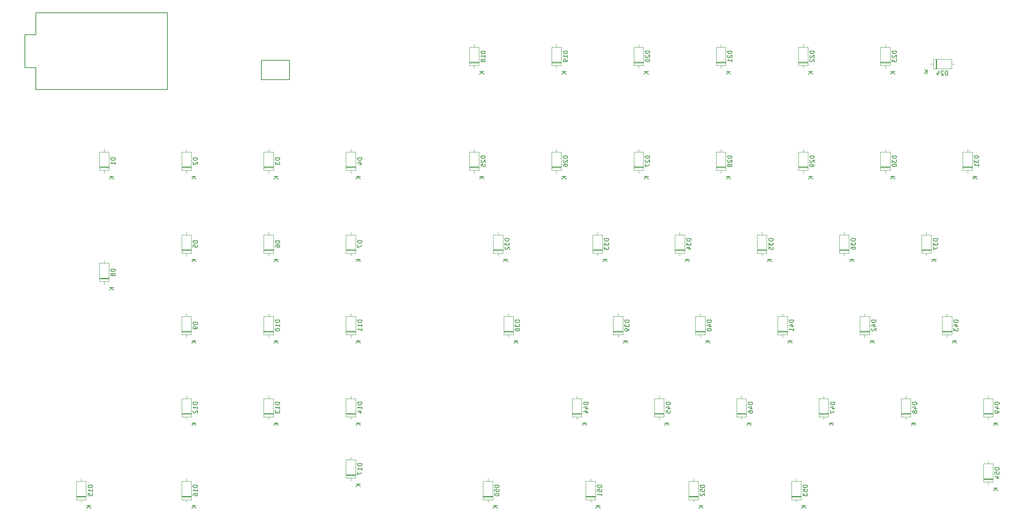
<source format=gbr>
%TF.GenerationSoftware,KiCad,Pcbnew,7.0.5*%
%TF.CreationDate,2023-06-22T07:55:22+00:00*%
%TF.ProjectId,Entry-left,456e7472-792d-46c6-9566-742e6b696361,rev?*%
%TF.SameCoordinates,Original*%
%TF.FileFunction,Legend,Bot*%
%TF.FilePolarity,Positive*%
%FSLAX46Y46*%
G04 Gerber Fmt 4.6, Leading zero omitted, Abs format (unit mm)*
G04 Created by KiCad (PCBNEW 7.0.5) date 2023-06-22 07:55:22*
%MOMM*%
%LPD*%
G01*
G04 APERTURE LIST*
%ADD10C,0.150000*%
%ADD11C,0.120000*%
G04 APERTURE END LIST*
D10*
%TO.C,D33*%
X161203319Y-84162714D02*
X160203319Y-84162714D01*
X160203319Y-84162714D02*
X160203319Y-84400809D01*
X160203319Y-84400809D02*
X160250938Y-84543666D01*
X160250938Y-84543666D02*
X160346176Y-84638904D01*
X160346176Y-84638904D02*
X160441414Y-84686523D01*
X160441414Y-84686523D02*
X160631890Y-84734142D01*
X160631890Y-84734142D02*
X160774747Y-84734142D01*
X160774747Y-84734142D02*
X160965223Y-84686523D01*
X160965223Y-84686523D02*
X161060461Y-84638904D01*
X161060461Y-84638904D02*
X161155700Y-84543666D01*
X161155700Y-84543666D02*
X161203319Y-84400809D01*
X161203319Y-84400809D02*
X161203319Y-84162714D01*
X160203319Y-85067476D02*
X160203319Y-85686523D01*
X160203319Y-85686523D02*
X160584271Y-85353190D01*
X160584271Y-85353190D02*
X160584271Y-85496047D01*
X160584271Y-85496047D02*
X160631890Y-85591285D01*
X160631890Y-85591285D02*
X160679509Y-85638904D01*
X160679509Y-85638904D02*
X160774747Y-85686523D01*
X160774747Y-85686523D02*
X161012842Y-85686523D01*
X161012842Y-85686523D02*
X161108080Y-85638904D01*
X161108080Y-85638904D02*
X161155700Y-85591285D01*
X161155700Y-85591285D02*
X161203319Y-85496047D01*
X161203319Y-85496047D02*
X161203319Y-85210333D01*
X161203319Y-85210333D02*
X161155700Y-85115095D01*
X161155700Y-85115095D02*
X161108080Y-85067476D01*
X160203319Y-86019857D02*
X160203319Y-86638904D01*
X160203319Y-86638904D02*
X160584271Y-86305571D01*
X160584271Y-86305571D02*
X160584271Y-86448428D01*
X160584271Y-86448428D02*
X160631890Y-86543666D01*
X160631890Y-86543666D02*
X160679509Y-86591285D01*
X160679509Y-86591285D02*
X160774747Y-86638904D01*
X160774747Y-86638904D02*
X161012842Y-86638904D01*
X161012842Y-86638904D02*
X161108080Y-86591285D01*
X161108080Y-86591285D02*
X161155700Y-86543666D01*
X161155700Y-86543666D02*
X161203319Y-86448428D01*
X161203319Y-86448428D02*
X161203319Y-86162714D01*
X161203319Y-86162714D02*
X161155700Y-86067476D01*
X161155700Y-86067476D02*
X161108080Y-86019857D01*
X160883319Y-88925095D02*
X159883319Y-88925095D01*
X160883319Y-89496523D02*
X160311890Y-89067952D01*
X159883319Y-89496523D02*
X160454747Y-88925095D01*
%TO.C,D38*%
X140572319Y-103049214D02*
X139572319Y-103049214D01*
X139572319Y-103049214D02*
X139572319Y-103287309D01*
X139572319Y-103287309D02*
X139619938Y-103430166D01*
X139619938Y-103430166D02*
X139715176Y-103525404D01*
X139715176Y-103525404D02*
X139810414Y-103573023D01*
X139810414Y-103573023D02*
X140000890Y-103620642D01*
X140000890Y-103620642D02*
X140143747Y-103620642D01*
X140143747Y-103620642D02*
X140334223Y-103573023D01*
X140334223Y-103573023D02*
X140429461Y-103525404D01*
X140429461Y-103525404D02*
X140524700Y-103430166D01*
X140524700Y-103430166D02*
X140572319Y-103287309D01*
X140572319Y-103287309D02*
X140572319Y-103049214D01*
X139572319Y-103953976D02*
X139572319Y-104573023D01*
X139572319Y-104573023D02*
X139953271Y-104239690D01*
X139953271Y-104239690D02*
X139953271Y-104382547D01*
X139953271Y-104382547D02*
X140000890Y-104477785D01*
X140000890Y-104477785D02*
X140048509Y-104525404D01*
X140048509Y-104525404D02*
X140143747Y-104573023D01*
X140143747Y-104573023D02*
X140381842Y-104573023D01*
X140381842Y-104573023D02*
X140477080Y-104525404D01*
X140477080Y-104525404D02*
X140524700Y-104477785D01*
X140524700Y-104477785D02*
X140572319Y-104382547D01*
X140572319Y-104382547D02*
X140572319Y-104096833D01*
X140572319Y-104096833D02*
X140524700Y-104001595D01*
X140524700Y-104001595D02*
X140477080Y-103953976D01*
X140000890Y-105144452D02*
X139953271Y-105049214D01*
X139953271Y-105049214D02*
X139905652Y-105001595D01*
X139905652Y-105001595D02*
X139810414Y-104953976D01*
X139810414Y-104953976D02*
X139762795Y-104953976D01*
X139762795Y-104953976D02*
X139667557Y-105001595D01*
X139667557Y-105001595D02*
X139619938Y-105049214D01*
X139619938Y-105049214D02*
X139572319Y-105144452D01*
X139572319Y-105144452D02*
X139572319Y-105334928D01*
X139572319Y-105334928D02*
X139619938Y-105430166D01*
X139619938Y-105430166D02*
X139667557Y-105477785D01*
X139667557Y-105477785D02*
X139762795Y-105525404D01*
X139762795Y-105525404D02*
X139810414Y-105525404D01*
X139810414Y-105525404D02*
X139905652Y-105477785D01*
X139905652Y-105477785D02*
X139953271Y-105430166D01*
X139953271Y-105430166D02*
X140000890Y-105334928D01*
X140000890Y-105334928D02*
X140000890Y-105144452D01*
X140000890Y-105144452D02*
X140048509Y-105049214D01*
X140048509Y-105049214D02*
X140096128Y-105001595D01*
X140096128Y-105001595D02*
X140191366Y-104953976D01*
X140191366Y-104953976D02*
X140381842Y-104953976D01*
X140381842Y-104953976D02*
X140477080Y-105001595D01*
X140477080Y-105001595D02*
X140524700Y-105049214D01*
X140524700Y-105049214D02*
X140572319Y-105144452D01*
X140572319Y-105144452D02*
X140572319Y-105334928D01*
X140572319Y-105334928D02*
X140524700Y-105430166D01*
X140524700Y-105430166D02*
X140477080Y-105477785D01*
X140477080Y-105477785D02*
X140381842Y-105525404D01*
X140381842Y-105525404D02*
X140191366Y-105525404D01*
X140191366Y-105525404D02*
X140096128Y-105477785D01*
X140096128Y-105477785D02*
X140048509Y-105430166D01*
X140048509Y-105430166D02*
X140000890Y-105334928D01*
X140252319Y-107811595D02*
X139252319Y-107811595D01*
X140252319Y-108383023D02*
X139680890Y-107954452D01*
X139252319Y-108383023D02*
X139823747Y-107811595D01*
%TO.C,D22*%
X208813319Y-40677714D02*
X207813319Y-40677714D01*
X207813319Y-40677714D02*
X207813319Y-40915809D01*
X207813319Y-40915809D02*
X207860938Y-41058666D01*
X207860938Y-41058666D02*
X207956176Y-41153904D01*
X207956176Y-41153904D02*
X208051414Y-41201523D01*
X208051414Y-41201523D02*
X208241890Y-41249142D01*
X208241890Y-41249142D02*
X208384747Y-41249142D01*
X208384747Y-41249142D02*
X208575223Y-41201523D01*
X208575223Y-41201523D02*
X208670461Y-41153904D01*
X208670461Y-41153904D02*
X208765700Y-41058666D01*
X208765700Y-41058666D02*
X208813319Y-40915809D01*
X208813319Y-40915809D02*
X208813319Y-40677714D01*
X207908557Y-41630095D02*
X207860938Y-41677714D01*
X207860938Y-41677714D02*
X207813319Y-41772952D01*
X207813319Y-41772952D02*
X207813319Y-42011047D01*
X207813319Y-42011047D02*
X207860938Y-42106285D01*
X207860938Y-42106285D02*
X207908557Y-42153904D01*
X207908557Y-42153904D02*
X208003795Y-42201523D01*
X208003795Y-42201523D02*
X208099033Y-42201523D01*
X208099033Y-42201523D02*
X208241890Y-42153904D01*
X208241890Y-42153904D02*
X208813319Y-41582476D01*
X208813319Y-41582476D02*
X208813319Y-42201523D01*
X207908557Y-42582476D02*
X207860938Y-42630095D01*
X207860938Y-42630095D02*
X207813319Y-42725333D01*
X207813319Y-42725333D02*
X207813319Y-42963428D01*
X207813319Y-42963428D02*
X207860938Y-43058666D01*
X207860938Y-43058666D02*
X207908557Y-43106285D01*
X207908557Y-43106285D02*
X208003795Y-43153904D01*
X208003795Y-43153904D02*
X208099033Y-43153904D01*
X208099033Y-43153904D02*
X208241890Y-43106285D01*
X208241890Y-43106285D02*
X208813319Y-42534857D01*
X208813319Y-42534857D02*
X208813319Y-43153904D01*
X208493319Y-45440095D02*
X207493319Y-45440095D01*
X208493319Y-46011523D02*
X207921890Y-45582952D01*
X207493319Y-46011523D02*
X208064747Y-45440095D01*
%TO.C,D30*%
X227857319Y-64961214D02*
X226857319Y-64961214D01*
X226857319Y-64961214D02*
X226857319Y-65199309D01*
X226857319Y-65199309D02*
X226904938Y-65342166D01*
X226904938Y-65342166D02*
X227000176Y-65437404D01*
X227000176Y-65437404D02*
X227095414Y-65485023D01*
X227095414Y-65485023D02*
X227285890Y-65532642D01*
X227285890Y-65532642D02*
X227428747Y-65532642D01*
X227428747Y-65532642D02*
X227619223Y-65485023D01*
X227619223Y-65485023D02*
X227714461Y-65437404D01*
X227714461Y-65437404D02*
X227809700Y-65342166D01*
X227809700Y-65342166D02*
X227857319Y-65199309D01*
X227857319Y-65199309D02*
X227857319Y-64961214D01*
X226857319Y-65865976D02*
X226857319Y-66485023D01*
X226857319Y-66485023D02*
X227238271Y-66151690D01*
X227238271Y-66151690D02*
X227238271Y-66294547D01*
X227238271Y-66294547D02*
X227285890Y-66389785D01*
X227285890Y-66389785D02*
X227333509Y-66437404D01*
X227333509Y-66437404D02*
X227428747Y-66485023D01*
X227428747Y-66485023D02*
X227666842Y-66485023D01*
X227666842Y-66485023D02*
X227762080Y-66437404D01*
X227762080Y-66437404D02*
X227809700Y-66389785D01*
X227809700Y-66389785D02*
X227857319Y-66294547D01*
X227857319Y-66294547D02*
X227857319Y-66008833D01*
X227857319Y-66008833D02*
X227809700Y-65913595D01*
X227809700Y-65913595D02*
X227762080Y-65865976D01*
X226857319Y-67104071D02*
X226857319Y-67199309D01*
X226857319Y-67199309D02*
X226904938Y-67294547D01*
X226904938Y-67294547D02*
X226952557Y-67342166D01*
X226952557Y-67342166D02*
X227047795Y-67389785D01*
X227047795Y-67389785D02*
X227238271Y-67437404D01*
X227238271Y-67437404D02*
X227476366Y-67437404D01*
X227476366Y-67437404D02*
X227666842Y-67389785D01*
X227666842Y-67389785D02*
X227762080Y-67342166D01*
X227762080Y-67342166D02*
X227809700Y-67294547D01*
X227809700Y-67294547D02*
X227857319Y-67199309D01*
X227857319Y-67199309D02*
X227857319Y-67104071D01*
X227857319Y-67104071D02*
X227809700Y-67008833D01*
X227809700Y-67008833D02*
X227762080Y-66961214D01*
X227762080Y-66961214D02*
X227666842Y-66913595D01*
X227666842Y-66913595D02*
X227476366Y-66865976D01*
X227476366Y-66865976D02*
X227238271Y-66865976D01*
X227238271Y-66865976D02*
X227047795Y-66913595D01*
X227047795Y-66913595D02*
X226952557Y-66961214D01*
X226952557Y-66961214D02*
X226904938Y-67008833D01*
X226904938Y-67008833D02*
X226857319Y-67104071D01*
X227537319Y-69723595D02*
X226537319Y-69723595D01*
X227537319Y-70295023D02*
X226965890Y-69866452D01*
X226537319Y-70295023D02*
X227108747Y-69723595D01*
%TO.C,D12*%
X65983319Y-122093214D02*
X64983319Y-122093214D01*
X64983319Y-122093214D02*
X64983319Y-122331309D01*
X64983319Y-122331309D02*
X65030938Y-122474166D01*
X65030938Y-122474166D02*
X65126176Y-122569404D01*
X65126176Y-122569404D02*
X65221414Y-122617023D01*
X65221414Y-122617023D02*
X65411890Y-122664642D01*
X65411890Y-122664642D02*
X65554747Y-122664642D01*
X65554747Y-122664642D02*
X65745223Y-122617023D01*
X65745223Y-122617023D02*
X65840461Y-122569404D01*
X65840461Y-122569404D02*
X65935700Y-122474166D01*
X65935700Y-122474166D02*
X65983319Y-122331309D01*
X65983319Y-122331309D02*
X65983319Y-122093214D01*
X65983319Y-123617023D02*
X65983319Y-123045595D01*
X65983319Y-123331309D02*
X64983319Y-123331309D01*
X64983319Y-123331309D02*
X65126176Y-123236071D01*
X65126176Y-123236071D02*
X65221414Y-123140833D01*
X65221414Y-123140833D02*
X65269033Y-123045595D01*
X65078557Y-123997976D02*
X65030938Y-124045595D01*
X65030938Y-124045595D02*
X64983319Y-124140833D01*
X64983319Y-124140833D02*
X64983319Y-124378928D01*
X64983319Y-124378928D02*
X65030938Y-124474166D01*
X65030938Y-124474166D02*
X65078557Y-124521785D01*
X65078557Y-124521785D02*
X65173795Y-124569404D01*
X65173795Y-124569404D02*
X65269033Y-124569404D01*
X65269033Y-124569404D02*
X65411890Y-124521785D01*
X65411890Y-124521785D02*
X65983319Y-123950357D01*
X65983319Y-123950357D02*
X65983319Y-124569404D01*
X65663319Y-126855595D02*
X64663319Y-126855595D01*
X65663319Y-127427023D02*
X65091890Y-126998452D01*
X64663319Y-127427023D02*
X65234747Y-126855595D01*
%TO.C,D48*%
X232618319Y-122093214D02*
X231618319Y-122093214D01*
X231618319Y-122093214D02*
X231618319Y-122331309D01*
X231618319Y-122331309D02*
X231665938Y-122474166D01*
X231665938Y-122474166D02*
X231761176Y-122569404D01*
X231761176Y-122569404D02*
X231856414Y-122617023D01*
X231856414Y-122617023D02*
X232046890Y-122664642D01*
X232046890Y-122664642D02*
X232189747Y-122664642D01*
X232189747Y-122664642D02*
X232380223Y-122617023D01*
X232380223Y-122617023D02*
X232475461Y-122569404D01*
X232475461Y-122569404D02*
X232570700Y-122474166D01*
X232570700Y-122474166D02*
X232618319Y-122331309D01*
X232618319Y-122331309D02*
X232618319Y-122093214D01*
X231951652Y-123521785D02*
X232618319Y-123521785D01*
X231570700Y-123283690D02*
X232284985Y-123045595D01*
X232284985Y-123045595D02*
X232284985Y-123664642D01*
X232046890Y-124188452D02*
X231999271Y-124093214D01*
X231999271Y-124093214D02*
X231951652Y-124045595D01*
X231951652Y-124045595D02*
X231856414Y-123997976D01*
X231856414Y-123997976D02*
X231808795Y-123997976D01*
X231808795Y-123997976D02*
X231713557Y-124045595D01*
X231713557Y-124045595D02*
X231665938Y-124093214D01*
X231665938Y-124093214D02*
X231618319Y-124188452D01*
X231618319Y-124188452D02*
X231618319Y-124378928D01*
X231618319Y-124378928D02*
X231665938Y-124474166D01*
X231665938Y-124474166D02*
X231713557Y-124521785D01*
X231713557Y-124521785D02*
X231808795Y-124569404D01*
X231808795Y-124569404D02*
X231856414Y-124569404D01*
X231856414Y-124569404D02*
X231951652Y-124521785D01*
X231951652Y-124521785D02*
X231999271Y-124474166D01*
X231999271Y-124474166D02*
X232046890Y-124378928D01*
X232046890Y-124378928D02*
X232046890Y-124188452D01*
X232046890Y-124188452D02*
X232094509Y-124093214D01*
X232094509Y-124093214D02*
X232142128Y-124045595D01*
X232142128Y-124045595D02*
X232237366Y-123997976D01*
X232237366Y-123997976D02*
X232427842Y-123997976D01*
X232427842Y-123997976D02*
X232523080Y-124045595D01*
X232523080Y-124045595D02*
X232570700Y-124093214D01*
X232570700Y-124093214D02*
X232618319Y-124188452D01*
X232618319Y-124188452D02*
X232618319Y-124378928D01*
X232618319Y-124378928D02*
X232570700Y-124474166D01*
X232570700Y-124474166D02*
X232523080Y-124521785D01*
X232523080Y-124521785D02*
X232427842Y-124569404D01*
X232427842Y-124569404D02*
X232237366Y-124569404D01*
X232237366Y-124569404D02*
X232142128Y-124521785D01*
X232142128Y-124521785D02*
X232094509Y-124474166D01*
X232094509Y-124474166D02*
X232046890Y-124378928D01*
X232298319Y-126855595D02*
X231298319Y-126855595D01*
X232298319Y-127427023D02*
X231726890Y-126998452D01*
X231298319Y-127427023D02*
X231869747Y-126855595D01*
%TO.C,D54*%
X251662319Y-137225714D02*
X250662319Y-137225714D01*
X250662319Y-137225714D02*
X250662319Y-137463809D01*
X250662319Y-137463809D02*
X250709938Y-137606666D01*
X250709938Y-137606666D02*
X250805176Y-137701904D01*
X250805176Y-137701904D02*
X250900414Y-137749523D01*
X250900414Y-137749523D02*
X251090890Y-137797142D01*
X251090890Y-137797142D02*
X251233747Y-137797142D01*
X251233747Y-137797142D02*
X251424223Y-137749523D01*
X251424223Y-137749523D02*
X251519461Y-137701904D01*
X251519461Y-137701904D02*
X251614700Y-137606666D01*
X251614700Y-137606666D02*
X251662319Y-137463809D01*
X251662319Y-137463809D02*
X251662319Y-137225714D01*
X250662319Y-138701904D02*
X250662319Y-138225714D01*
X250662319Y-138225714D02*
X251138509Y-138178095D01*
X251138509Y-138178095D02*
X251090890Y-138225714D01*
X251090890Y-138225714D02*
X251043271Y-138320952D01*
X251043271Y-138320952D02*
X251043271Y-138559047D01*
X251043271Y-138559047D02*
X251090890Y-138654285D01*
X251090890Y-138654285D02*
X251138509Y-138701904D01*
X251138509Y-138701904D02*
X251233747Y-138749523D01*
X251233747Y-138749523D02*
X251471842Y-138749523D01*
X251471842Y-138749523D02*
X251567080Y-138701904D01*
X251567080Y-138701904D02*
X251614700Y-138654285D01*
X251614700Y-138654285D02*
X251662319Y-138559047D01*
X251662319Y-138559047D02*
X251662319Y-138320952D01*
X251662319Y-138320952D02*
X251614700Y-138225714D01*
X251614700Y-138225714D02*
X251567080Y-138178095D01*
X250995652Y-139606666D02*
X251662319Y-139606666D01*
X250614700Y-139368571D02*
X251328985Y-139130476D01*
X251328985Y-139130476D02*
X251328985Y-139749523D01*
X251342319Y-141988095D02*
X250342319Y-141988095D01*
X251342319Y-142559523D02*
X250770890Y-142130952D01*
X250342319Y-142559523D02*
X250913747Y-141988095D01*
%TO.C,D52*%
X183421319Y-141294714D02*
X182421319Y-141294714D01*
X182421319Y-141294714D02*
X182421319Y-141532809D01*
X182421319Y-141532809D02*
X182468938Y-141675666D01*
X182468938Y-141675666D02*
X182564176Y-141770904D01*
X182564176Y-141770904D02*
X182659414Y-141818523D01*
X182659414Y-141818523D02*
X182849890Y-141866142D01*
X182849890Y-141866142D02*
X182992747Y-141866142D01*
X182992747Y-141866142D02*
X183183223Y-141818523D01*
X183183223Y-141818523D02*
X183278461Y-141770904D01*
X183278461Y-141770904D02*
X183373700Y-141675666D01*
X183373700Y-141675666D02*
X183421319Y-141532809D01*
X183421319Y-141532809D02*
X183421319Y-141294714D01*
X182421319Y-142770904D02*
X182421319Y-142294714D01*
X182421319Y-142294714D02*
X182897509Y-142247095D01*
X182897509Y-142247095D02*
X182849890Y-142294714D01*
X182849890Y-142294714D02*
X182802271Y-142389952D01*
X182802271Y-142389952D02*
X182802271Y-142628047D01*
X182802271Y-142628047D02*
X182849890Y-142723285D01*
X182849890Y-142723285D02*
X182897509Y-142770904D01*
X182897509Y-142770904D02*
X182992747Y-142818523D01*
X182992747Y-142818523D02*
X183230842Y-142818523D01*
X183230842Y-142818523D02*
X183326080Y-142770904D01*
X183326080Y-142770904D02*
X183373700Y-142723285D01*
X183373700Y-142723285D02*
X183421319Y-142628047D01*
X183421319Y-142628047D02*
X183421319Y-142389952D01*
X183421319Y-142389952D02*
X183373700Y-142294714D01*
X183373700Y-142294714D02*
X183326080Y-142247095D01*
X182516557Y-143199476D02*
X182468938Y-143247095D01*
X182468938Y-143247095D02*
X182421319Y-143342333D01*
X182421319Y-143342333D02*
X182421319Y-143580428D01*
X182421319Y-143580428D02*
X182468938Y-143675666D01*
X182468938Y-143675666D02*
X182516557Y-143723285D01*
X182516557Y-143723285D02*
X182611795Y-143770904D01*
X182611795Y-143770904D02*
X182707033Y-143770904D01*
X182707033Y-143770904D02*
X182849890Y-143723285D01*
X182849890Y-143723285D02*
X183421319Y-143151857D01*
X183421319Y-143151857D02*
X183421319Y-143770904D01*
X183101319Y-146057095D02*
X182101319Y-146057095D01*
X183101319Y-146628523D02*
X182529890Y-146199952D01*
X182101319Y-146628523D02*
X182672747Y-146057095D01*
%TO.C,D53*%
X207226319Y-141294714D02*
X206226319Y-141294714D01*
X206226319Y-141294714D02*
X206226319Y-141532809D01*
X206226319Y-141532809D02*
X206273938Y-141675666D01*
X206273938Y-141675666D02*
X206369176Y-141770904D01*
X206369176Y-141770904D02*
X206464414Y-141818523D01*
X206464414Y-141818523D02*
X206654890Y-141866142D01*
X206654890Y-141866142D02*
X206797747Y-141866142D01*
X206797747Y-141866142D02*
X206988223Y-141818523D01*
X206988223Y-141818523D02*
X207083461Y-141770904D01*
X207083461Y-141770904D02*
X207178700Y-141675666D01*
X207178700Y-141675666D02*
X207226319Y-141532809D01*
X207226319Y-141532809D02*
X207226319Y-141294714D01*
X206226319Y-142770904D02*
X206226319Y-142294714D01*
X206226319Y-142294714D02*
X206702509Y-142247095D01*
X206702509Y-142247095D02*
X206654890Y-142294714D01*
X206654890Y-142294714D02*
X206607271Y-142389952D01*
X206607271Y-142389952D02*
X206607271Y-142628047D01*
X206607271Y-142628047D02*
X206654890Y-142723285D01*
X206654890Y-142723285D02*
X206702509Y-142770904D01*
X206702509Y-142770904D02*
X206797747Y-142818523D01*
X206797747Y-142818523D02*
X207035842Y-142818523D01*
X207035842Y-142818523D02*
X207131080Y-142770904D01*
X207131080Y-142770904D02*
X207178700Y-142723285D01*
X207178700Y-142723285D02*
X207226319Y-142628047D01*
X207226319Y-142628047D02*
X207226319Y-142389952D01*
X207226319Y-142389952D02*
X207178700Y-142294714D01*
X207178700Y-142294714D02*
X207131080Y-142247095D01*
X206226319Y-143151857D02*
X206226319Y-143770904D01*
X206226319Y-143770904D02*
X206607271Y-143437571D01*
X206607271Y-143437571D02*
X206607271Y-143580428D01*
X206607271Y-143580428D02*
X206654890Y-143675666D01*
X206654890Y-143675666D02*
X206702509Y-143723285D01*
X206702509Y-143723285D02*
X206797747Y-143770904D01*
X206797747Y-143770904D02*
X207035842Y-143770904D01*
X207035842Y-143770904D02*
X207131080Y-143723285D01*
X207131080Y-143723285D02*
X207178700Y-143675666D01*
X207178700Y-143675666D02*
X207226319Y-143580428D01*
X207226319Y-143580428D02*
X207226319Y-143294714D01*
X207226319Y-143294714D02*
X207178700Y-143199476D01*
X207178700Y-143199476D02*
X207131080Y-143151857D01*
X206906319Y-146057095D02*
X205906319Y-146057095D01*
X206906319Y-146628523D02*
X206334890Y-146199952D01*
X205906319Y-146628523D02*
X206477747Y-146057095D01*
%TO.C,D23*%
X227857319Y-40677714D02*
X226857319Y-40677714D01*
X226857319Y-40677714D02*
X226857319Y-40915809D01*
X226857319Y-40915809D02*
X226904938Y-41058666D01*
X226904938Y-41058666D02*
X227000176Y-41153904D01*
X227000176Y-41153904D02*
X227095414Y-41201523D01*
X227095414Y-41201523D02*
X227285890Y-41249142D01*
X227285890Y-41249142D02*
X227428747Y-41249142D01*
X227428747Y-41249142D02*
X227619223Y-41201523D01*
X227619223Y-41201523D02*
X227714461Y-41153904D01*
X227714461Y-41153904D02*
X227809700Y-41058666D01*
X227809700Y-41058666D02*
X227857319Y-40915809D01*
X227857319Y-40915809D02*
X227857319Y-40677714D01*
X226952557Y-41630095D02*
X226904938Y-41677714D01*
X226904938Y-41677714D02*
X226857319Y-41772952D01*
X226857319Y-41772952D02*
X226857319Y-42011047D01*
X226857319Y-42011047D02*
X226904938Y-42106285D01*
X226904938Y-42106285D02*
X226952557Y-42153904D01*
X226952557Y-42153904D02*
X227047795Y-42201523D01*
X227047795Y-42201523D02*
X227143033Y-42201523D01*
X227143033Y-42201523D02*
X227285890Y-42153904D01*
X227285890Y-42153904D02*
X227857319Y-41582476D01*
X227857319Y-41582476D02*
X227857319Y-42201523D01*
X226857319Y-42534857D02*
X226857319Y-43153904D01*
X226857319Y-43153904D02*
X227238271Y-42820571D01*
X227238271Y-42820571D02*
X227238271Y-42963428D01*
X227238271Y-42963428D02*
X227285890Y-43058666D01*
X227285890Y-43058666D02*
X227333509Y-43106285D01*
X227333509Y-43106285D02*
X227428747Y-43153904D01*
X227428747Y-43153904D02*
X227666842Y-43153904D01*
X227666842Y-43153904D02*
X227762080Y-43106285D01*
X227762080Y-43106285D02*
X227809700Y-43058666D01*
X227809700Y-43058666D02*
X227857319Y-42963428D01*
X227857319Y-42963428D02*
X227857319Y-42677714D01*
X227857319Y-42677714D02*
X227809700Y-42582476D01*
X227809700Y-42582476D02*
X227762080Y-42534857D01*
X227537319Y-45440095D02*
X226537319Y-45440095D01*
X227537319Y-46011523D02*
X226965890Y-45582952D01*
X226537319Y-46011523D02*
X227108747Y-45440095D01*
%TO.C,D25*%
X132637319Y-64961214D02*
X131637319Y-64961214D01*
X131637319Y-64961214D02*
X131637319Y-65199309D01*
X131637319Y-65199309D02*
X131684938Y-65342166D01*
X131684938Y-65342166D02*
X131780176Y-65437404D01*
X131780176Y-65437404D02*
X131875414Y-65485023D01*
X131875414Y-65485023D02*
X132065890Y-65532642D01*
X132065890Y-65532642D02*
X132208747Y-65532642D01*
X132208747Y-65532642D02*
X132399223Y-65485023D01*
X132399223Y-65485023D02*
X132494461Y-65437404D01*
X132494461Y-65437404D02*
X132589700Y-65342166D01*
X132589700Y-65342166D02*
X132637319Y-65199309D01*
X132637319Y-65199309D02*
X132637319Y-64961214D01*
X131732557Y-65913595D02*
X131684938Y-65961214D01*
X131684938Y-65961214D02*
X131637319Y-66056452D01*
X131637319Y-66056452D02*
X131637319Y-66294547D01*
X131637319Y-66294547D02*
X131684938Y-66389785D01*
X131684938Y-66389785D02*
X131732557Y-66437404D01*
X131732557Y-66437404D02*
X131827795Y-66485023D01*
X131827795Y-66485023D02*
X131923033Y-66485023D01*
X131923033Y-66485023D02*
X132065890Y-66437404D01*
X132065890Y-66437404D02*
X132637319Y-65865976D01*
X132637319Y-65865976D02*
X132637319Y-66485023D01*
X131637319Y-67389785D02*
X131637319Y-66913595D01*
X131637319Y-66913595D02*
X132113509Y-66865976D01*
X132113509Y-66865976D02*
X132065890Y-66913595D01*
X132065890Y-66913595D02*
X132018271Y-67008833D01*
X132018271Y-67008833D02*
X132018271Y-67246928D01*
X132018271Y-67246928D02*
X132065890Y-67342166D01*
X132065890Y-67342166D02*
X132113509Y-67389785D01*
X132113509Y-67389785D02*
X132208747Y-67437404D01*
X132208747Y-67437404D02*
X132446842Y-67437404D01*
X132446842Y-67437404D02*
X132542080Y-67389785D01*
X132542080Y-67389785D02*
X132589700Y-67342166D01*
X132589700Y-67342166D02*
X132637319Y-67246928D01*
X132637319Y-67246928D02*
X132637319Y-67008833D01*
X132637319Y-67008833D02*
X132589700Y-66913595D01*
X132589700Y-66913595D02*
X132542080Y-66865976D01*
X132317319Y-69723595D02*
X131317319Y-69723595D01*
X132317319Y-70295023D02*
X131745890Y-69866452D01*
X131317319Y-70295023D02*
X131888747Y-69723595D01*
%TO.C,D50*%
X135811319Y-141294714D02*
X134811319Y-141294714D01*
X134811319Y-141294714D02*
X134811319Y-141532809D01*
X134811319Y-141532809D02*
X134858938Y-141675666D01*
X134858938Y-141675666D02*
X134954176Y-141770904D01*
X134954176Y-141770904D02*
X135049414Y-141818523D01*
X135049414Y-141818523D02*
X135239890Y-141866142D01*
X135239890Y-141866142D02*
X135382747Y-141866142D01*
X135382747Y-141866142D02*
X135573223Y-141818523D01*
X135573223Y-141818523D02*
X135668461Y-141770904D01*
X135668461Y-141770904D02*
X135763700Y-141675666D01*
X135763700Y-141675666D02*
X135811319Y-141532809D01*
X135811319Y-141532809D02*
X135811319Y-141294714D01*
X134811319Y-142770904D02*
X134811319Y-142294714D01*
X134811319Y-142294714D02*
X135287509Y-142247095D01*
X135287509Y-142247095D02*
X135239890Y-142294714D01*
X135239890Y-142294714D02*
X135192271Y-142389952D01*
X135192271Y-142389952D02*
X135192271Y-142628047D01*
X135192271Y-142628047D02*
X135239890Y-142723285D01*
X135239890Y-142723285D02*
X135287509Y-142770904D01*
X135287509Y-142770904D02*
X135382747Y-142818523D01*
X135382747Y-142818523D02*
X135620842Y-142818523D01*
X135620842Y-142818523D02*
X135716080Y-142770904D01*
X135716080Y-142770904D02*
X135763700Y-142723285D01*
X135763700Y-142723285D02*
X135811319Y-142628047D01*
X135811319Y-142628047D02*
X135811319Y-142389952D01*
X135811319Y-142389952D02*
X135763700Y-142294714D01*
X135763700Y-142294714D02*
X135716080Y-142247095D01*
X134811319Y-143437571D02*
X134811319Y-143532809D01*
X134811319Y-143532809D02*
X134858938Y-143628047D01*
X134858938Y-143628047D02*
X134906557Y-143675666D01*
X134906557Y-143675666D02*
X135001795Y-143723285D01*
X135001795Y-143723285D02*
X135192271Y-143770904D01*
X135192271Y-143770904D02*
X135430366Y-143770904D01*
X135430366Y-143770904D02*
X135620842Y-143723285D01*
X135620842Y-143723285D02*
X135716080Y-143675666D01*
X135716080Y-143675666D02*
X135763700Y-143628047D01*
X135763700Y-143628047D02*
X135811319Y-143532809D01*
X135811319Y-143532809D02*
X135811319Y-143437571D01*
X135811319Y-143437571D02*
X135763700Y-143342333D01*
X135763700Y-143342333D02*
X135716080Y-143294714D01*
X135716080Y-143294714D02*
X135620842Y-143247095D01*
X135620842Y-143247095D02*
X135430366Y-143199476D01*
X135430366Y-143199476D02*
X135192271Y-143199476D01*
X135192271Y-143199476D02*
X135001795Y-143247095D01*
X135001795Y-143247095D02*
X134906557Y-143294714D01*
X134906557Y-143294714D02*
X134858938Y-143342333D01*
X134858938Y-143342333D02*
X134811319Y-143437571D01*
X135491319Y-146057095D02*
X134491319Y-146057095D01*
X135491319Y-146628523D02*
X134919890Y-146199952D01*
X134491319Y-146628523D02*
X135062747Y-146057095D01*
%TO.C,D31*%
X246901319Y-64961214D02*
X245901319Y-64961214D01*
X245901319Y-64961214D02*
X245901319Y-65199309D01*
X245901319Y-65199309D02*
X245948938Y-65342166D01*
X245948938Y-65342166D02*
X246044176Y-65437404D01*
X246044176Y-65437404D02*
X246139414Y-65485023D01*
X246139414Y-65485023D02*
X246329890Y-65532642D01*
X246329890Y-65532642D02*
X246472747Y-65532642D01*
X246472747Y-65532642D02*
X246663223Y-65485023D01*
X246663223Y-65485023D02*
X246758461Y-65437404D01*
X246758461Y-65437404D02*
X246853700Y-65342166D01*
X246853700Y-65342166D02*
X246901319Y-65199309D01*
X246901319Y-65199309D02*
X246901319Y-64961214D01*
X245901319Y-65865976D02*
X245901319Y-66485023D01*
X245901319Y-66485023D02*
X246282271Y-66151690D01*
X246282271Y-66151690D02*
X246282271Y-66294547D01*
X246282271Y-66294547D02*
X246329890Y-66389785D01*
X246329890Y-66389785D02*
X246377509Y-66437404D01*
X246377509Y-66437404D02*
X246472747Y-66485023D01*
X246472747Y-66485023D02*
X246710842Y-66485023D01*
X246710842Y-66485023D02*
X246806080Y-66437404D01*
X246806080Y-66437404D02*
X246853700Y-66389785D01*
X246853700Y-66389785D02*
X246901319Y-66294547D01*
X246901319Y-66294547D02*
X246901319Y-66008833D01*
X246901319Y-66008833D02*
X246853700Y-65913595D01*
X246853700Y-65913595D02*
X246806080Y-65865976D01*
X246901319Y-67437404D02*
X246901319Y-66865976D01*
X246901319Y-67151690D02*
X245901319Y-67151690D01*
X245901319Y-67151690D02*
X246044176Y-67056452D01*
X246044176Y-67056452D02*
X246139414Y-66961214D01*
X246139414Y-66961214D02*
X246187033Y-66865976D01*
X246581319Y-69723595D02*
X245581319Y-69723595D01*
X246581319Y-70295023D02*
X246009890Y-69866452D01*
X245581319Y-70295023D02*
X246152747Y-69723595D01*
%TO.C,D26*%
X151681319Y-64961214D02*
X150681319Y-64961214D01*
X150681319Y-64961214D02*
X150681319Y-65199309D01*
X150681319Y-65199309D02*
X150728938Y-65342166D01*
X150728938Y-65342166D02*
X150824176Y-65437404D01*
X150824176Y-65437404D02*
X150919414Y-65485023D01*
X150919414Y-65485023D02*
X151109890Y-65532642D01*
X151109890Y-65532642D02*
X151252747Y-65532642D01*
X151252747Y-65532642D02*
X151443223Y-65485023D01*
X151443223Y-65485023D02*
X151538461Y-65437404D01*
X151538461Y-65437404D02*
X151633700Y-65342166D01*
X151633700Y-65342166D02*
X151681319Y-65199309D01*
X151681319Y-65199309D02*
X151681319Y-64961214D01*
X150776557Y-65913595D02*
X150728938Y-65961214D01*
X150728938Y-65961214D02*
X150681319Y-66056452D01*
X150681319Y-66056452D02*
X150681319Y-66294547D01*
X150681319Y-66294547D02*
X150728938Y-66389785D01*
X150728938Y-66389785D02*
X150776557Y-66437404D01*
X150776557Y-66437404D02*
X150871795Y-66485023D01*
X150871795Y-66485023D02*
X150967033Y-66485023D01*
X150967033Y-66485023D02*
X151109890Y-66437404D01*
X151109890Y-66437404D02*
X151681319Y-65865976D01*
X151681319Y-65865976D02*
X151681319Y-66485023D01*
X150681319Y-67342166D02*
X150681319Y-67151690D01*
X150681319Y-67151690D02*
X150728938Y-67056452D01*
X150728938Y-67056452D02*
X150776557Y-67008833D01*
X150776557Y-67008833D02*
X150919414Y-66913595D01*
X150919414Y-66913595D02*
X151109890Y-66865976D01*
X151109890Y-66865976D02*
X151490842Y-66865976D01*
X151490842Y-66865976D02*
X151586080Y-66913595D01*
X151586080Y-66913595D02*
X151633700Y-66961214D01*
X151633700Y-66961214D02*
X151681319Y-67056452D01*
X151681319Y-67056452D02*
X151681319Y-67246928D01*
X151681319Y-67246928D02*
X151633700Y-67342166D01*
X151633700Y-67342166D02*
X151586080Y-67389785D01*
X151586080Y-67389785D02*
X151490842Y-67437404D01*
X151490842Y-67437404D02*
X151252747Y-67437404D01*
X151252747Y-67437404D02*
X151157509Y-67389785D01*
X151157509Y-67389785D02*
X151109890Y-67342166D01*
X151109890Y-67342166D02*
X151062271Y-67246928D01*
X151062271Y-67246928D02*
X151062271Y-67056452D01*
X151062271Y-67056452D02*
X151109890Y-66961214D01*
X151109890Y-66961214D02*
X151157509Y-66913595D01*
X151157509Y-66913595D02*
X151252747Y-66865976D01*
X151361319Y-69723595D02*
X150361319Y-69723595D01*
X151361319Y-70295023D02*
X150789890Y-69866452D01*
X150361319Y-70295023D02*
X150932747Y-69723595D01*
%TO.C,D2*%
X65983319Y-65437405D02*
X64983319Y-65437405D01*
X64983319Y-65437405D02*
X64983319Y-65675500D01*
X64983319Y-65675500D02*
X65030938Y-65818357D01*
X65030938Y-65818357D02*
X65126176Y-65913595D01*
X65126176Y-65913595D02*
X65221414Y-65961214D01*
X65221414Y-65961214D02*
X65411890Y-66008833D01*
X65411890Y-66008833D02*
X65554747Y-66008833D01*
X65554747Y-66008833D02*
X65745223Y-65961214D01*
X65745223Y-65961214D02*
X65840461Y-65913595D01*
X65840461Y-65913595D02*
X65935700Y-65818357D01*
X65935700Y-65818357D02*
X65983319Y-65675500D01*
X65983319Y-65675500D02*
X65983319Y-65437405D01*
X65078557Y-66389786D02*
X65030938Y-66437405D01*
X65030938Y-66437405D02*
X64983319Y-66532643D01*
X64983319Y-66532643D02*
X64983319Y-66770738D01*
X64983319Y-66770738D02*
X65030938Y-66865976D01*
X65030938Y-66865976D02*
X65078557Y-66913595D01*
X65078557Y-66913595D02*
X65173795Y-66961214D01*
X65173795Y-66961214D02*
X65269033Y-66961214D01*
X65269033Y-66961214D02*
X65411890Y-66913595D01*
X65411890Y-66913595D02*
X65983319Y-66342167D01*
X65983319Y-66342167D02*
X65983319Y-66961214D01*
X65663319Y-69723595D02*
X64663319Y-69723595D01*
X65663319Y-70295023D02*
X65091890Y-69866452D01*
X64663319Y-70295023D02*
X65234747Y-69723595D01*
%TO.C,D46*%
X194530319Y-122093214D02*
X193530319Y-122093214D01*
X193530319Y-122093214D02*
X193530319Y-122331309D01*
X193530319Y-122331309D02*
X193577938Y-122474166D01*
X193577938Y-122474166D02*
X193673176Y-122569404D01*
X193673176Y-122569404D02*
X193768414Y-122617023D01*
X193768414Y-122617023D02*
X193958890Y-122664642D01*
X193958890Y-122664642D02*
X194101747Y-122664642D01*
X194101747Y-122664642D02*
X194292223Y-122617023D01*
X194292223Y-122617023D02*
X194387461Y-122569404D01*
X194387461Y-122569404D02*
X194482700Y-122474166D01*
X194482700Y-122474166D02*
X194530319Y-122331309D01*
X194530319Y-122331309D02*
X194530319Y-122093214D01*
X193863652Y-123521785D02*
X194530319Y-123521785D01*
X193482700Y-123283690D02*
X194196985Y-123045595D01*
X194196985Y-123045595D02*
X194196985Y-123664642D01*
X193530319Y-124474166D02*
X193530319Y-124283690D01*
X193530319Y-124283690D02*
X193577938Y-124188452D01*
X193577938Y-124188452D02*
X193625557Y-124140833D01*
X193625557Y-124140833D02*
X193768414Y-124045595D01*
X193768414Y-124045595D02*
X193958890Y-123997976D01*
X193958890Y-123997976D02*
X194339842Y-123997976D01*
X194339842Y-123997976D02*
X194435080Y-124045595D01*
X194435080Y-124045595D02*
X194482700Y-124093214D01*
X194482700Y-124093214D02*
X194530319Y-124188452D01*
X194530319Y-124188452D02*
X194530319Y-124378928D01*
X194530319Y-124378928D02*
X194482700Y-124474166D01*
X194482700Y-124474166D02*
X194435080Y-124521785D01*
X194435080Y-124521785D02*
X194339842Y-124569404D01*
X194339842Y-124569404D02*
X194101747Y-124569404D01*
X194101747Y-124569404D02*
X194006509Y-124521785D01*
X194006509Y-124521785D02*
X193958890Y-124474166D01*
X193958890Y-124474166D02*
X193911271Y-124378928D01*
X193911271Y-124378928D02*
X193911271Y-124188452D01*
X193911271Y-124188452D02*
X193958890Y-124093214D01*
X193958890Y-124093214D02*
X194006509Y-124045595D01*
X194006509Y-124045595D02*
X194101747Y-123997976D01*
X194210319Y-126855595D02*
X193210319Y-126855595D01*
X194210319Y-127427023D02*
X193638890Y-126998452D01*
X193210319Y-127427023D02*
X193781747Y-126855595D01*
%TO.C,D40*%
X185008319Y-103049214D02*
X184008319Y-103049214D01*
X184008319Y-103049214D02*
X184008319Y-103287309D01*
X184008319Y-103287309D02*
X184055938Y-103430166D01*
X184055938Y-103430166D02*
X184151176Y-103525404D01*
X184151176Y-103525404D02*
X184246414Y-103573023D01*
X184246414Y-103573023D02*
X184436890Y-103620642D01*
X184436890Y-103620642D02*
X184579747Y-103620642D01*
X184579747Y-103620642D02*
X184770223Y-103573023D01*
X184770223Y-103573023D02*
X184865461Y-103525404D01*
X184865461Y-103525404D02*
X184960700Y-103430166D01*
X184960700Y-103430166D02*
X185008319Y-103287309D01*
X185008319Y-103287309D02*
X185008319Y-103049214D01*
X184341652Y-104477785D02*
X185008319Y-104477785D01*
X183960700Y-104239690D02*
X184674985Y-104001595D01*
X184674985Y-104001595D02*
X184674985Y-104620642D01*
X184008319Y-105192071D02*
X184008319Y-105287309D01*
X184008319Y-105287309D02*
X184055938Y-105382547D01*
X184055938Y-105382547D02*
X184103557Y-105430166D01*
X184103557Y-105430166D02*
X184198795Y-105477785D01*
X184198795Y-105477785D02*
X184389271Y-105525404D01*
X184389271Y-105525404D02*
X184627366Y-105525404D01*
X184627366Y-105525404D02*
X184817842Y-105477785D01*
X184817842Y-105477785D02*
X184913080Y-105430166D01*
X184913080Y-105430166D02*
X184960700Y-105382547D01*
X184960700Y-105382547D02*
X185008319Y-105287309D01*
X185008319Y-105287309D02*
X185008319Y-105192071D01*
X185008319Y-105192071D02*
X184960700Y-105096833D01*
X184960700Y-105096833D02*
X184913080Y-105049214D01*
X184913080Y-105049214D02*
X184817842Y-105001595D01*
X184817842Y-105001595D02*
X184627366Y-104953976D01*
X184627366Y-104953976D02*
X184389271Y-104953976D01*
X184389271Y-104953976D02*
X184198795Y-105001595D01*
X184198795Y-105001595D02*
X184103557Y-105049214D01*
X184103557Y-105049214D02*
X184055938Y-105096833D01*
X184055938Y-105096833D02*
X184008319Y-105192071D01*
X184688319Y-107811595D02*
X183688319Y-107811595D01*
X184688319Y-108383023D02*
X184116890Y-107954452D01*
X183688319Y-108383023D02*
X184259747Y-107811595D01*
%TO.C,D13*%
X85027319Y-122093214D02*
X84027319Y-122093214D01*
X84027319Y-122093214D02*
X84027319Y-122331309D01*
X84027319Y-122331309D02*
X84074938Y-122474166D01*
X84074938Y-122474166D02*
X84170176Y-122569404D01*
X84170176Y-122569404D02*
X84265414Y-122617023D01*
X84265414Y-122617023D02*
X84455890Y-122664642D01*
X84455890Y-122664642D02*
X84598747Y-122664642D01*
X84598747Y-122664642D02*
X84789223Y-122617023D01*
X84789223Y-122617023D02*
X84884461Y-122569404D01*
X84884461Y-122569404D02*
X84979700Y-122474166D01*
X84979700Y-122474166D02*
X85027319Y-122331309D01*
X85027319Y-122331309D02*
X85027319Y-122093214D01*
X85027319Y-123617023D02*
X85027319Y-123045595D01*
X85027319Y-123331309D02*
X84027319Y-123331309D01*
X84027319Y-123331309D02*
X84170176Y-123236071D01*
X84170176Y-123236071D02*
X84265414Y-123140833D01*
X84265414Y-123140833D02*
X84313033Y-123045595D01*
X84027319Y-123950357D02*
X84027319Y-124569404D01*
X84027319Y-124569404D02*
X84408271Y-124236071D01*
X84408271Y-124236071D02*
X84408271Y-124378928D01*
X84408271Y-124378928D02*
X84455890Y-124474166D01*
X84455890Y-124474166D02*
X84503509Y-124521785D01*
X84503509Y-124521785D02*
X84598747Y-124569404D01*
X84598747Y-124569404D02*
X84836842Y-124569404D01*
X84836842Y-124569404D02*
X84932080Y-124521785D01*
X84932080Y-124521785D02*
X84979700Y-124474166D01*
X84979700Y-124474166D02*
X85027319Y-124378928D01*
X85027319Y-124378928D02*
X85027319Y-124093214D01*
X85027319Y-124093214D02*
X84979700Y-123997976D01*
X84979700Y-123997976D02*
X84932080Y-123950357D01*
X84707319Y-126855595D02*
X83707319Y-126855595D01*
X84707319Y-127427023D02*
X84135890Y-126998452D01*
X83707319Y-127427023D02*
X84278747Y-126855595D01*
%TO.C,D35*%
X199291319Y-84162714D02*
X198291319Y-84162714D01*
X198291319Y-84162714D02*
X198291319Y-84400809D01*
X198291319Y-84400809D02*
X198338938Y-84543666D01*
X198338938Y-84543666D02*
X198434176Y-84638904D01*
X198434176Y-84638904D02*
X198529414Y-84686523D01*
X198529414Y-84686523D02*
X198719890Y-84734142D01*
X198719890Y-84734142D02*
X198862747Y-84734142D01*
X198862747Y-84734142D02*
X199053223Y-84686523D01*
X199053223Y-84686523D02*
X199148461Y-84638904D01*
X199148461Y-84638904D02*
X199243700Y-84543666D01*
X199243700Y-84543666D02*
X199291319Y-84400809D01*
X199291319Y-84400809D02*
X199291319Y-84162714D01*
X198291319Y-85067476D02*
X198291319Y-85686523D01*
X198291319Y-85686523D02*
X198672271Y-85353190D01*
X198672271Y-85353190D02*
X198672271Y-85496047D01*
X198672271Y-85496047D02*
X198719890Y-85591285D01*
X198719890Y-85591285D02*
X198767509Y-85638904D01*
X198767509Y-85638904D02*
X198862747Y-85686523D01*
X198862747Y-85686523D02*
X199100842Y-85686523D01*
X199100842Y-85686523D02*
X199196080Y-85638904D01*
X199196080Y-85638904D02*
X199243700Y-85591285D01*
X199243700Y-85591285D02*
X199291319Y-85496047D01*
X199291319Y-85496047D02*
X199291319Y-85210333D01*
X199291319Y-85210333D02*
X199243700Y-85115095D01*
X199243700Y-85115095D02*
X199196080Y-85067476D01*
X198291319Y-86591285D02*
X198291319Y-86115095D01*
X198291319Y-86115095D02*
X198767509Y-86067476D01*
X198767509Y-86067476D02*
X198719890Y-86115095D01*
X198719890Y-86115095D02*
X198672271Y-86210333D01*
X198672271Y-86210333D02*
X198672271Y-86448428D01*
X198672271Y-86448428D02*
X198719890Y-86543666D01*
X198719890Y-86543666D02*
X198767509Y-86591285D01*
X198767509Y-86591285D02*
X198862747Y-86638904D01*
X198862747Y-86638904D02*
X199100842Y-86638904D01*
X199100842Y-86638904D02*
X199196080Y-86591285D01*
X199196080Y-86591285D02*
X199243700Y-86543666D01*
X199243700Y-86543666D02*
X199291319Y-86448428D01*
X199291319Y-86448428D02*
X199291319Y-86210333D01*
X199291319Y-86210333D02*
X199243700Y-86115095D01*
X199243700Y-86115095D02*
X199196080Y-86067476D01*
X198971319Y-88925095D02*
X197971319Y-88925095D01*
X198971319Y-89496523D02*
X198399890Y-89067952D01*
X197971319Y-89496523D02*
X198542747Y-88925095D01*
%TO.C,D36*%
X218335319Y-84162714D02*
X217335319Y-84162714D01*
X217335319Y-84162714D02*
X217335319Y-84400809D01*
X217335319Y-84400809D02*
X217382938Y-84543666D01*
X217382938Y-84543666D02*
X217478176Y-84638904D01*
X217478176Y-84638904D02*
X217573414Y-84686523D01*
X217573414Y-84686523D02*
X217763890Y-84734142D01*
X217763890Y-84734142D02*
X217906747Y-84734142D01*
X217906747Y-84734142D02*
X218097223Y-84686523D01*
X218097223Y-84686523D02*
X218192461Y-84638904D01*
X218192461Y-84638904D02*
X218287700Y-84543666D01*
X218287700Y-84543666D02*
X218335319Y-84400809D01*
X218335319Y-84400809D02*
X218335319Y-84162714D01*
X217335319Y-85067476D02*
X217335319Y-85686523D01*
X217335319Y-85686523D02*
X217716271Y-85353190D01*
X217716271Y-85353190D02*
X217716271Y-85496047D01*
X217716271Y-85496047D02*
X217763890Y-85591285D01*
X217763890Y-85591285D02*
X217811509Y-85638904D01*
X217811509Y-85638904D02*
X217906747Y-85686523D01*
X217906747Y-85686523D02*
X218144842Y-85686523D01*
X218144842Y-85686523D02*
X218240080Y-85638904D01*
X218240080Y-85638904D02*
X218287700Y-85591285D01*
X218287700Y-85591285D02*
X218335319Y-85496047D01*
X218335319Y-85496047D02*
X218335319Y-85210333D01*
X218335319Y-85210333D02*
X218287700Y-85115095D01*
X218287700Y-85115095D02*
X218240080Y-85067476D01*
X217335319Y-86543666D02*
X217335319Y-86353190D01*
X217335319Y-86353190D02*
X217382938Y-86257952D01*
X217382938Y-86257952D02*
X217430557Y-86210333D01*
X217430557Y-86210333D02*
X217573414Y-86115095D01*
X217573414Y-86115095D02*
X217763890Y-86067476D01*
X217763890Y-86067476D02*
X218144842Y-86067476D01*
X218144842Y-86067476D02*
X218240080Y-86115095D01*
X218240080Y-86115095D02*
X218287700Y-86162714D01*
X218287700Y-86162714D02*
X218335319Y-86257952D01*
X218335319Y-86257952D02*
X218335319Y-86448428D01*
X218335319Y-86448428D02*
X218287700Y-86543666D01*
X218287700Y-86543666D02*
X218240080Y-86591285D01*
X218240080Y-86591285D02*
X218144842Y-86638904D01*
X218144842Y-86638904D02*
X217906747Y-86638904D01*
X217906747Y-86638904D02*
X217811509Y-86591285D01*
X217811509Y-86591285D02*
X217763890Y-86543666D01*
X217763890Y-86543666D02*
X217716271Y-86448428D01*
X217716271Y-86448428D02*
X217716271Y-86257952D01*
X217716271Y-86257952D02*
X217763890Y-86162714D01*
X217763890Y-86162714D02*
X217811509Y-86115095D01*
X217811509Y-86115095D02*
X217906747Y-86067476D01*
X218015319Y-88925095D02*
X217015319Y-88925095D01*
X218015319Y-89496523D02*
X217443890Y-89067952D01*
X217015319Y-89496523D02*
X217586747Y-88925095D01*
%TO.C,D4*%
X104071319Y-65437405D02*
X103071319Y-65437405D01*
X103071319Y-65437405D02*
X103071319Y-65675500D01*
X103071319Y-65675500D02*
X103118938Y-65818357D01*
X103118938Y-65818357D02*
X103214176Y-65913595D01*
X103214176Y-65913595D02*
X103309414Y-65961214D01*
X103309414Y-65961214D02*
X103499890Y-66008833D01*
X103499890Y-66008833D02*
X103642747Y-66008833D01*
X103642747Y-66008833D02*
X103833223Y-65961214D01*
X103833223Y-65961214D02*
X103928461Y-65913595D01*
X103928461Y-65913595D02*
X104023700Y-65818357D01*
X104023700Y-65818357D02*
X104071319Y-65675500D01*
X104071319Y-65675500D02*
X104071319Y-65437405D01*
X103404652Y-66865976D02*
X104071319Y-66865976D01*
X103023700Y-66627881D02*
X103737985Y-66389786D01*
X103737985Y-66389786D02*
X103737985Y-67008833D01*
X103751319Y-69723595D02*
X102751319Y-69723595D01*
X103751319Y-70295023D02*
X103179890Y-69866452D01*
X102751319Y-70295023D02*
X103322747Y-69723595D01*
%TO.C,D45*%
X175486319Y-122093214D02*
X174486319Y-122093214D01*
X174486319Y-122093214D02*
X174486319Y-122331309D01*
X174486319Y-122331309D02*
X174533938Y-122474166D01*
X174533938Y-122474166D02*
X174629176Y-122569404D01*
X174629176Y-122569404D02*
X174724414Y-122617023D01*
X174724414Y-122617023D02*
X174914890Y-122664642D01*
X174914890Y-122664642D02*
X175057747Y-122664642D01*
X175057747Y-122664642D02*
X175248223Y-122617023D01*
X175248223Y-122617023D02*
X175343461Y-122569404D01*
X175343461Y-122569404D02*
X175438700Y-122474166D01*
X175438700Y-122474166D02*
X175486319Y-122331309D01*
X175486319Y-122331309D02*
X175486319Y-122093214D01*
X174819652Y-123521785D02*
X175486319Y-123521785D01*
X174438700Y-123283690D02*
X175152985Y-123045595D01*
X175152985Y-123045595D02*
X175152985Y-123664642D01*
X174486319Y-124521785D02*
X174486319Y-124045595D01*
X174486319Y-124045595D02*
X174962509Y-123997976D01*
X174962509Y-123997976D02*
X174914890Y-124045595D01*
X174914890Y-124045595D02*
X174867271Y-124140833D01*
X174867271Y-124140833D02*
X174867271Y-124378928D01*
X174867271Y-124378928D02*
X174914890Y-124474166D01*
X174914890Y-124474166D02*
X174962509Y-124521785D01*
X174962509Y-124521785D02*
X175057747Y-124569404D01*
X175057747Y-124569404D02*
X175295842Y-124569404D01*
X175295842Y-124569404D02*
X175391080Y-124521785D01*
X175391080Y-124521785D02*
X175438700Y-124474166D01*
X175438700Y-124474166D02*
X175486319Y-124378928D01*
X175486319Y-124378928D02*
X175486319Y-124140833D01*
X175486319Y-124140833D02*
X175438700Y-124045595D01*
X175438700Y-124045595D02*
X175391080Y-123997976D01*
X175166319Y-126855595D02*
X174166319Y-126855595D01*
X175166319Y-127427023D02*
X174594890Y-126998452D01*
X174166319Y-127427023D02*
X174737747Y-126855595D01*
%TO.C,D18*%
X132637319Y-40677714D02*
X131637319Y-40677714D01*
X131637319Y-40677714D02*
X131637319Y-40915809D01*
X131637319Y-40915809D02*
X131684938Y-41058666D01*
X131684938Y-41058666D02*
X131780176Y-41153904D01*
X131780176Y-41153904D02*
X131875414Y-41201523D01*
X131875414Y-41201523D02*
X132065890Y-41249142D01*
X132065890Y-41249142D02*
X132208747Y-41249142D01*
X132208747Y-41249142D02*
X132399223Y-41201523D01*
X132399223Y-41201523D02*
X132494461Y-41153904D01*
X132494461Y-41153904D02*
X132589700Y-41058666D01*
X132589700Y-41058666D02*
X132637319Y-40915809D01*
X132637319Y-40915809D02*
X132637319Y-40677714D01*
X132637319Y-42201523D02*
X132637319Y-41630095D01*
X132637319Y-41915809D02*
X131637319Y-41915809D01*
X131637319Y-41915809D02*
X131780176Y-41820571D01*
X131780176Y-41820571D02*
X131875414Y-41725333D01*
X131875414Y-41725333D02*
X131923033Y-41630095D01*
X132065890Y-42772952D02*
X132018271Y-42677714D01*
X132018271Y-42677714D02*
X131970652Y-42630095D01*
X131970652Y-42630095D02*
X131875414Y-42582476D01*
X131875414Y-42582476D02*
X131827795Y-42582476D01*
X131827795Y-42582476D02*
X131732557Y-42630095D01*
X131732557Y-42630095D02*
X131684938Y-42677714D01*
X131684938Y-42677714D02*
X131637319Y-42772952D01*
X131637319Y-42772952D02*
X131637319Y-42963428D01*
X131637319Y-42963428D02*
X131684938Y-43058666D01*
X131684938Y-43058666D02*
X131732557Y-43106285D01*
X131732557Y-43106285D02*
X131827795Y-43153904D01*
X131827795Y-43153904D02*
X131875414Y-43153904D01*
X131875414Y-43153904D02*
X131970652Y-43106285D01*
X131970652Y-43106285D02*
X132018271Y-43058666D01*
X132018271Y-43058666D02*
X132065890Y-42963428D01*
X132065890Y-42963428D02*
X132065890Y-42772952D01*
X132065890Y-42772952D02*
X132113509Y-42677714D01*
X132113509Y-42677714D02*
X132161128Y-42630095D01*
X132161128Y-42630095D02*
X132256366Y-42582476D01*
X132256366Y-42582476D02*
X132446842Y-42582476D01*
X132446842Y-42582476D02*
X132542080Y-42630095D01*
X132542080Y-42630095D02*
X132589700Y-42677714D01*
X132589700Y-42677714D02*
X132637319Y-42772952D01*
X132637319Y-42772952D02*
X132637319Y-42963428D01*
X132637319Y-42963428D02*
X132589700Y-43058666D01*
X132589700Y-43058666D02*
X132542080Y-43106285D01*
X132542080Y-43106285D02*
X132446842Y-43153904D01*
X132446842Y-43153904D02*
X132256366Y-43153904D01*
X132256366Y-43153904D02*
X132161128Y-43106285D01*
X132161128Y-43106285D02*
X132113509Y-43058666D01*
X132113509Y-43058666D02*
X132065890Y-42963428D01*
X132317319Y-45440095D02*
X131317319Y-45440095D01*
X132317319Y-46011523D02*
X131745890Y-45582952D01*
X131317319Y-46011523D02*
X131888747Y-45440095D01*
%TO.C,D51*%
X159616319Y-141294714D02*
X158616319Y-141294714D01*
X158616319Y-141294714D02*
X158616319Y-141532809D01*
X158616319Y-141532809D02*
X158663938Y-141675666D01*
X158663938Y-141675666D02*
X158759176Y-141770904D01*
X158759176Y-141770904D02*
X158854414Y-141818523D01*
X158854414Y-141818523D02*
X159044890Y-141866142D01*
X159044890Y-141866142D02*
X159187747Y-141866142D01*
X159187747Y-141866142D02*
X159378223Y-141818523D01*
X159378223Y-141818523D02*
X159473461Y-141770904D01*
X159473461Y-141770904D02*
X159568700Y-141675666D01*
X159568700Y-141675666D02*
X159616319Y-141532809D01*
X159616319Y-141532809D02*
X159616319Y-141294714D01*
X158616319Y-142770904D02*
X158616319Y-142294714D01*
X158616319Y-142294714D02*
X159092509Y-142247095D01*
X159092509Y-142247095D02*
X159044890Y-142294714D01*
X159044890Y-142294714D02*
X158997271Y-142389952D01*
X158997271Y-142389952D02*
X158997271Y-142628047D01*
X158997271Y-142628047D02*
X159044890Y-142723285D01*
X159044890Y-142723285D02*
X159092509Y-142770904D01*
X159092509Y-142770904D02*
X159187747Y-142818523D01*
X159187747Y-142818523D02*
X159425842Y-142818523D01*
X159425842Y-142818523D02*
X159521080Y-142770904D01*
X159521080Y-142770904D02*
X159568700Y-142723285D01*
X159568700Y-142723285D02*
X159616319Y-142628047D01*
X159616319Y-142628047D02*
X159616319Y-142389952D01*
X159616319Y-142389952D02*
X159568700Y-142294714D01*
X159568700Y-142294714D02*
X159521080Y-142247095D01*
X159616319Y-143770904D02*
X159616319Y-143199476D01*
X159616319Y-143485190D02*
X158616319Y-143485190D01*
X158616319Y-143485190D02*
X158759176Y-143389952D01*
X158759176Y-143389952D02*
X158854414Y-143294714D01*
X158854414Y-143294714D02*
X158902033Y-143199476D01*
X159296319Y-146057095D02*
X158296319Y-146057095D01*
X159296319Y-146628523D02*
X158724890Y-146199952D01*
X158296319Y-146628523D02*
X158867747Y-146057095D01*
%TO.C,D28*%
X189769319Y-64961214D02*
X188769319Y-64961214D01*
X188769319Y-64961214D02*
X188769319Y-65199309D01*
X188769319Y-65199309D02*
X188816938Y-65342166D01*
X188816938Y-65342166D02*
X188912176Y-65437404D01*
X188912176Y-65437404D02*
X189007414Y-65485023D01*
X189007414Y-65485023D02*
X189197890Y-65532642D01*
X189197890Y-65532642D02*
X189340747Y-65532642D01*
X189340747Y-65532642D02*
X189531223Y-65485023D01*
X189531223Y-65485023D02*
X189626461Y-65437404D01*
X189626461Y-65437404D02*
X189721700Y-65342166D01*
X189721700Y-65342166D02*
X189769319Y-65199309D01*
X189769319Y-65199309D02*
X189769319Y-64961214D01*
X188864557Y-65913595D02*
X188816938Y-65961214D01*
X188816938Y-65961214D02*
X188769319Y-66056452D01*
X188769319Y-66056452D02*
X188769319Y-66294547D01*
X188769319Y-66294547D02*
X188816938Y-66389785D01*
X188816938Y-66389785D02*
X188864557Y-66437404D01*
X188864557Y-66437404D02*
X188959795Y-66485023D01*
X188959795Y-66485023D02*
X189055033Y-66485023D01*
X189055033Y-66485023D02*
X189197890Y-66437404D01*
X189197890Y-66437404D02*
X189769319Y-65865976D01*
X189769319Y-65865976D02*
X189769319Y-66485023D01*
X189197890Y-67056452D02*
X189150271Y-66961214D01*
X189150271Y-66961214D02*
X189102652Y-66913595D01*
X189102652Y-66913595D02*
X189007414Y-66865976D01*
X189007414Y-66865976D02*
X188959795Y-66865976D01*
X188959795Y-66865976D02*
X188864557Y-66913595D01*
X188864557Y-66913595D02*
X188816938Y-66961214D01*
X188816938Y-66961214D02*
X188769319Y-67056452D01*
X188769319Y-67056452D02*
X188769319Y-67246928D01*
X188769319Y-67246928D02*
X188816938Y-67342166D01*
X188816938Y-67342166D02*
X188864557Y-67389785D01*
X188864557Y-67389785D02*
X188959795Y-67437404D01*
X188959795Y-67437404D02*
X189007414Y-67437404D01*
X189007414Y-67437404D02*
X189102652Y-67389785D01*
X189102652Y-67389785D02*
X189150271Y-67342166D01*
X189150271Y-67342166D02*
X189197890Y-67246928D01*
X189197890Y-67246928D02*
X189197890Y-67056452D01*
X189197890Y-67056452D02*
X189245509Y-66961214D01*
X189245509Y-66961214D02*
X189293128Y-66913595D01*
X189293128Y-66913595D02*
X189388366Y-66865976D01*
X189388366Y-66865976D02*
X189578842Y-66865976D01*
X189578842Y-66865976D02*
X189674080Y-66913595D01*
X189674080Y-66913595D02*
X189721700Y-66961214D01*
X189721700Y-66961214D02*
X189769319Y-67056452D01*
X189769319Y-67056452D02*
X189769319Y-67246928D01*
X189769319Y-67246928D02*
X189721700Y-67342166D01*
X189721700Y-67342166D02*
X189674080Y-67389785D01*
X189674080Y-67389785D02*
X189578842Y-67437404D01*
X189578842Y-67437404D02*
X189388366Y-67437404D01*
X189388366Y-67437404D02*
X189293128Y-67389785D01*
X189293128Y-67389785D02*
X189245509Y-67342166D01*
X189245509Y-67342166D02*
X189197890Y-67246928D01*
X189449319Y-69723595D02*
X188449319Y-69723595D01*
X189449319Y-70295023D02*
X188877890Y-69866452D01*
X188449319Y-70295023D02*
X189020747Y-69723595D01*
%TO.C,D42*%
X223096319Y-103049214D02*
X222096319Y-103049214D01*
X222096319Y-103049214D02*
X222096319Y-103287309D01*
X222096319Y-103287309D02*
X222143938Y-103430166D01*
X222143938Y-103430166D02*
X222239176Y-103525404D01*
X222239176Y-103525404D02*
X222334414Y-103573023D01*
X222334414Y-103573023D02*
X222524890Y-103620642D01*
X222524890Y-103620642D02*
X222667747Y-103620642D01*
X222667747Y-103620642D02*
X222858223Y-103573023D01*
X222858223Y-103573023D02*
X222953461Y-103525404D01*
X222953461Y-103525404D02*
X223048700Y-103430166D01*
X223048700Y-103430166D02*
X223096319Y-103287309D01*
X223096319Y-103287309D02*
X223096319Y-103049214D01*
X222429652Y-104477785D02*
X223096319Y-104477785D01*
X222048700Y-104239690D02*
X222762985Y-104001595D01*
X222762985Y-104001595D02*
X222762985Y-104620642D01*
X222191557Y-104953976D02*
X222143938Y-105001595D01*
X222143938Y-105001595D02*
X222096319Y-105096833D01*
X222096319Y-105096833D02*
X222096319Y-105334928D01*
X222096319Y-105334928D02*
X222143938Y-105430166D01*
X222143938Y-105430166D02*
X222191557Y-105477785D01*
X222191557Y-105477785D02*
X222286795Y-105525404D01*
X222286795Y-105525404D02*
X222382033Y-105525404D01*
X222382033Y-105525404D02*
X222524890Y-105477785D01*
X222524890Y-105477785D02*
X223096319Y-104906357D01*
X223096319Y-104906357D02*
X223096319Y-105525404D01*
X222776319Y-107811595D02*
X221776319Y-107811595D01*
X222776319Y-108383023D02*
X222204890Y-107954452D01*
X221776319Y-108383023D02*
X222347747Y-107811595D01*
%TO.C,D3*%
X85027319Y-65437405D02*
X84027319Y-65437405D01*
X84027319Y-65437405D02*
X84027319Y-65675500D01*
X84027319Y-65675500D02*
X84074938Y-65818357D01*
X84074938Y-65818357D02*
X84170176Y-65913595D01*
X84170176Y-65913595D02*
X84265414Y-65961214D01*
X84265414Y-65961214D02*
X84455890Y-66008833D01*
X84455890Y-66008833D02*
X84598747Y-66008833D01*
X84598747Y-66008833D02*
X84789223Y-65961214D01*
X84789223Y-65961214D02*
X84884461Y-65913595D01*
X84884461Y-65913595D02*
X84979700Y-65818357D01*
X84979700Y-65818357D02*
X85027319Y-65675500D01*
X85027319Y-65675500D02*
X85027319Y-65437405D01*
X84027319Y-66342167D02*
X84027319Y-66961214D01*
X84027319Y-66961214D02*
X84408271Y-66627881D01*
X84408271Y-66627881D02*
X84408271Y-66770738D01*
X84408271Y-66770738D02*
X84455890Y-66865976D01*
X84455890Y-66865976D02*
X84503509Y-66913595D01*
X84503509Y-66913595D02*
X84598747Y-66961214D01*
X84598747Y-66961214D02*
X84836842Y-66961214D01*
X84836842Y-66961214D02*
X84932080Y-66913595D01*
X84932080Y-66913595D02*
X84979700Y-66865976D01*
X84979700Y-66865976D02*
X85027319Y-66770738D01*
X85027319Y-66770738D02*
X85027319Y-66485024D01*
X85027319Y-66485024D02*
X84979700Y-66389786D01*
X84979700Y-66389786D02*
X84932080Y-66342167D01*
X84707319Y-69723595D02*
X83707319Y-69723595D01*
X84707319Y-70295023D02*
X84135890Y-69866452D01*
X83707319Y-70295023D02*
X84278747Y-69723595D01*
%TO.C,D24*%
X239694285Y-46244819D02*
X239694285Y-45244819D01*
X239694285Y-45244819D02*
X239456190Y-45244819D01*
X239456190Y-45244819D02*
X239313333Y-45292438D01*
X239313333Y-45292438D02*
X239218095Y-45387676D01*
X239218095Y-45387676D02*
X239170476Y-45482914D01*
X239170476Y-45482914D02*
X239122857Y-45673390D01*
X239122857Y-45673390D02*
X239122857Y-45816247D01*
X239122857Y-45816247D02*
X239170476Y-46006723D01*
X239170476Y-46006723D02*
X239218095Y-46101961D01*
X239218095Y-46101961D02*
X239313333Y-46197200D01*
X239313333Y-46197200D02*
X239456190Y-46244819D01*
X239456190Y-46244819D02*
X239694285Y-46244819D01*
X238741904Y-45340057D02*
X238694285Y-45292438D01*
X238694285Y-45292438D02*
X238599047Y-45244819D01*
X238599047Y-45244819D02*
X238360952Y-45244819D01*
X238360952Y-45244819D02*
X238265714Y-45292438D01*
X238265714Y-45292438D02*
X238218095Y-45340057D01*
X238218095Y-45340057D02*
X238170476Y-45435295D01*
X238170476Y-45435295D02*
X238170476Y-45530533D01*
X238170476Y-45530533D02*
X238218095Y-45673390D01*
X238218095Y-45673390D02*
X238789523Y-46244819D01*
X238789523Y-46244819D02*
X238170476Y-46244819D01*
X237313333Y-45578152D02*
X237313333Y-46244819D01*
X237551428Y-45197200D02*
X237789523Y-45911485D01*
X237789523Y-45911485D02*
X237170476Y-45911485D01*
X234931904Y-45924819D02*
X234931904Y-44924819D01*
X234360476Y-45924819D02*
X234789047Y-45353390D01*
X234360476Y-44924819D02*
X234931904Y-45496247D01*
%TO.C,D44*%
X156442319Y-122093214D02*
X155442319Y-122093214D01*
X155442319Y-122093214D02*
X155442319Y-122331309D01*
X155442319Y-122331309D02*
X155489938Y-122474166D01*
X155489938Y-122474166D02*
X155585176Y-122569404D01*
X155585176Y-122569404D02*
X155680414Y-122617023D01*
X155680414Y-122617023D02*
X155870890Y-122664642D01*
X155870890Y-122664642D02*
X156013747Y-122664642D01*
X156013747Y-122664642D02*
X156204223Y-122617023D01*
X156204223Y-122617023D02*
X156299461Y-122569404D01*
X156299461Y-122569404D02*
X156394700Y-122474166D01*
X156394700Y-122474166D02*
X156442319Y-122331309D01*
X156442319Y-122331309D02*
X156442319Y-122093214D01*
X155775652Y-123521785D02*
X156442319Y-123521785D01*
X155394700Y-123283690D02*
X156108985Y-123045595D01*
X156108985Y-123045595D02*
X156108985Y-123664642D01*
X155775652Y-124474166D02*
X156442319Y-124474166D01*
X155394700Y-124236071D02*
X156108985Y-123997976D01*
X156108985Y-123997976D02*
X156108985Y-124617023D01*
X156122319Y-126855595D02*
X155122319Y-126855595D01*
X156122319Y-127427023D02*
X155550890Y-126998452D01*
X155122319Y-127427023D02*
X155693747Y-126855595D01*
%TO.C,D8*%
X46939319Y-91220655D02*
X45939319Y-91220655D01*
X45939319Y-91220655D02*
X45939319Y-91458750D01*
X45939319Y-91458750D02*
X45986938Y-91601607D01*
X45986938Y-91601607D02*
X46082176Y-91696845D01*
X46082176Y-91696845D02*
X46177414Y-91744464D01*
X46177414Y-91744464D02*
X46367890Y-91792083D01*
X46367890Y-91792083D02*
X46510747Y-91792083D01*
X46510747Y-91792083D02*
X46701223Y-91744464D01*
X46701223Y-91744464D02*
X46796461Y-91696845D01*
X46796461Y-91696845D02*
X46891700Y-91601607D01*
X46891700Y-91601607D02*
X46939319Y-91458750D01*
X46939319Y-91458750D02*
X46939319Y-91220655D01*
X46367890Y-92363512D02*
X46320271Y-92268274D01*
X46320271Y-92268274D02*
X46272652Y-92220655D01*
X46272652Y-92220655D02*
X46177414Y-92173036D01*
X46177414Y-92173036D02*
X46129795Y-92173036D01*
X46129795Y-92173036D02*
X46034557Y-92220655D01*
X46034557Y-92220655D02*
X45986938Y-92268274D01*
X45986938Y-92268274D02*
X45939319Y-92363512D01*
X45939319Y-92363512D02*
X45939319Y-92553988D01*
X45939319Y-92553988D02*
X45986938Y-92649226D01*
X45986938Y-92649226D02*
X46034557Y-92696845D01*
X46034557Y-92696845D02*
X46129795Y-92744464D01*
X46129795Y-92744464D02*
X46177414Y-92744464D01*
X46177414Y-92744464D02*
X46272652Y-92696845D01*
X46272652Y-92696845D02*
X46320271Y-92649226D01*
X46320271Y-92649226D02*
X46367890Y-92553988D01*
X46367890Y-92553988D02*
X46367890Y-92363512D01*
X46367890Y-92363512D02*
X46415509Y-92268274D01*
X46415509Y-92268274D02*
X46463128Y-92220655D01*
X46463128Y-92220655D02*
X46558366Y-92173036D01*
X46558366Y-92173036D02*
X46748842Y-92173036D01*
X46748842Y-92173036D02*
X46844080Y-92220655D01*
X46844080Y-92220655D02*
X46891700Y-92268274D01*
X46891700Y-92268274D02*
X46939319Y-92363512D01*
X46939319Y-92363512D02*
X46939319Y-92553988D01*
X46939319Y-92553988D02*
X46891700Y-92649226D01*
X46891700Y-92649226D02*
X46844080Y-92696845D01*
X46844080Y-92696845D02*
X46748842Y-92744464D01*
X46748842Y-92744464D02*
X46558366Y-92744464D01*
X46558366Y-92744464D02*
X46463128Y-92696845D01*
X46463128Y-92696845D02*
X46415509Y-92649226D01*
X46415509Y-92649226D02*
X46367890Y-92553988D01*
X46619319Y-95506845D02*
X45619319Y-95506845D01*
X46619319Y-96078273D02*
X46047890Y-95649702D01*
X45619319Y-96078273D02*
X46190747Y-95506845D01*
%TO.C,D47*%
X213574319Y-122093214D02*
X212574319Y-122093214D01*
X212574319Y-122093214D02*
X212574319Y-122331309D01*
X212574319Y-122331309D02*
X212621938Y-122474166D01*
X212621938Y-122474166D02*
X212717176Y-122569404D01*
X212717176Y-122569404D02*
X212812414Y-122617023D01*
X212812414Y-122617023D02*
X213002890Y-122664642D01*
X213002890Y-122664642D02*
X213145747Y-122664642D01*
X213145747Y-122664642D02*
X213336223Y-122617023D01*
X213336223Y-122617023D02*
X213431461Y-122569404D01*
X213431461Y-122569404D02*
X213526700Y-122474166D01*
X213526700Y-122474166D02*
X213574319Y-122331309D01*
X213574319Y-122331309D02*
X213574319Y-122093214D01*
X212907652Y-123521785D02*
X213574319Y-123521785D01*
X212526700Y-123283690D02*
X213240985Y-123045595D01*
X213240985Y-123045595D02*
X213240985Y-123664642D01*
X212574319Y-123950357D02*
X212574319Y-124617023D01*
X212574319Y-124617023D02*
X213574319Y-124188452D01*
X213254319Y-126855595D02*
X212254319Y-126855595D01*
X213254319Y-127427023D02*
X212682890Y-126998452D01*
X212254319Y-127427023D02*
X212825747Y-126855595D01*
%TO.C,D37*%
X237379319Y-84162714D02*
X236379319Y-84162714D01*
X236379319Y-84162714D02*
X236379319Y-84400809D01*
X236379319Y-84400809D02*
X236426938Y-84543666D01*
X236426938Y-84543666D02*
X236522176Y-84638904D01*
X236522176Y-84638904D02*
X236617414Y-84686523D01*
X236617414Y-84686523D02*
X236807890Y-84734142D01*
X236807890Y-84734142D02*
X236950747Y-84734142D01*
X236950747Y-84734142D02*
X237141223Y-84686523D01*
X237141223Y-84686523D02*
X237236461Y-84638904D01*
X237236461Y-84638904D02*
X237331700Y-84543666D01*
X237331700Y-84543666D02*
X237379319Y-84400809D01*
X237379319Y-84400809D02*
X237379319Y-84162714D01*
X236379319Y-85067476D02*
X236379319Y-85686523D01*
X236379319Y-85686523D02*
X236760271Y-85353190D01*
X236760271Y-85353190D02*
X236760271Y-85496047D01*
X236760271Y-85496047D02*
X236807890Y-85591285D01*
X236807890Y-85591285D02*
X236855509Y-85638904D01*
X236855509Y-85638904D02*
X236950747Y-85686523D01*
X236950747Y-85686523D02*
X237188842Y-85686523D01*
X237188842Y-85686523D02*
X237284080Y-85638904D01*
X237284080Y-85638904D02*
X237331700Y-85591285D01*
X237331700Y-85591285D02*
X237379319Y-85496047D01*
X237379319Y-85496047D02*
X237379319Y-85210333D01*
X237379319Y-85210333D02*
X237331700Y-85115095D01*
X237331700Y-85115095D02*
X237284080Y-85067476D01*
X236379319Y-86019857D02*
X236379319Y-86686523D01*
X236379319Y-86686523D02*
X237379319Y-86257952D01*
X237059319Y-88925095D02*
X236059319Y-88925095D01*
X237059319Y-89496523D02*
X236487890Y-89067952D01*
X236059319Y-89496523D02*
X236630747Y-88925095D01*
%TO.C,D14*%
X104071319Y-122093214D02*
X103071319Y-122093214D01*
X103071319Y-122093214D02*
X103071319Y-122331309D01*
X103071319Y-122331309D02*
X103118938Y-122474166D01*
X103118938Y-122474166D02*
X103214176Y-122569404D01*
X103214176Y-122569404D02*
X103309414Y-122617023D01*
X103309414Y-122617023D02*
X103499890Y-122664642D01*
X103499890Y-122664642D02*
X103642747Y-122664642D01*
X103642747Y-122664642D02*
X103833223Y-122617023D01*
X103833223Y-122617023D02*
X103928461Y-122569404D01*
X103928461Y-122569404D02*
X104023700Y-122474166D01*
X104023700Y-122474166D02*
X104071319Y-122331309D01*
X104071319Y-122331309D02*
X104071319Y-122093214D01*
X104071319Y-123617023D02*
X104071319Y-123045595D01*
X104071319Y-123331309D02*
X103071319Y-123331309D01*
X103071319Y-123331309D02*
X103214176Y-123236071D01*
X103214176Y-123236071D02*
X103309414Y-123140833D01*
X103309414Y-123140833D02*
X103357033Y-123045595D01*
X103404652Y-124474166D02*
X104071319Y-124474166D01*
X103023700Y-124236071D02*
X103737985Y-123997976D01*
X103737985Y-123997976D02*
X103737985Y-124617023D01*
X103751319Y-126855595D02*
X102751319Y-126855595D01*
X103751319Y-127427023D02*
X103179890Y-126998452D01*
X102751319Y-127427023D02*
X103322747Y-126855595D01*
%TO.C,D20*%
X170725319Y-40677714D02*
X169725319Y-40677714D01*
X169725319Y-40677714D02*
X169725319Y-40915809D01*
X169725319Y-40915809D02*
X169772938Y-41058666D01*
X169772938Y-41058666D02*
X169868176Y-41153904D01*
X169868176Y-41153904D02*
X169963414Y-41201523D01*
X169963414Y-41201523D02*
X170153890Y-41249142D01*
X170153890Y-41249142D02*
X170296747Y-41249142D01*
X170296747Y-41249142D02*
X170487223Y-41201523D01*
X170487223Y-41201523D02*
X170582461Y-41153904D01*
X170582461Y-41153904D02*
X170677700Y-41058666D01*
X170677700Y-41058666D02*
X170725319Y-40915809D01*
X170725319Y-40915809D02*
X170725319Y-40677714D01*
X169820557Y-41630095D02*
X169772938Y-41677714D01*
X169772938Y-41677714D02*
X169725319Y-41772952D01*
X169725319Y-41772952D02*
X169725319Y-42011047D01*
X169725319Y-42011047D02*
X169772938Y-42106285D01*
X169772938Y-42106285D02*
X169820557Y-42153904D01*
X169820557Y-42153904D02*
X169915795Y-42201523D01*
X169915795Y-42201523D02*
X170011033Y-42201523D01*
X170011033Y-42201523D02*
X170153890Y-42153904D01*
X170153890Y-42153904D02*
X170725319Y-41582476D01*
X170725319Y-41582476D02*
X170725319Y-42201523D01*
X169725319Y-42820571D02*
X169725319Y-42915809D01*
X169725319Y-42915809D02*
X169772938Y-43011047D01*
X169772938Y-43011047D02*
X169820557Y-43058666D01*
X169820557Y-43058666D02*
X169915795Y-43106285D01*
X169915795Y-43106285D02*
X170106271Y-43153904D01*
X170106271Y-43153904D02*
X170344366Y-43153904D01*
X170344366Y-43153904D02*
X170534842Y-43106285D01*
X170534842Y-43106285D02*
X170630080Y-43058666D01*
X170630080Y-43058666D02*
X170677700Y-43011047D01*
X170677700Y-43011047D02*
X170725319Y-42915809D01*
X170725319Y-42915809D02*
X170725319Y-42820571D01*
X170725319Y-42820571D02*
X170677700Y-42725333D01*
X170677700Y-42725333D02*
X170630080Y-42677714D01*
X170630080Y-42677714D02*
X170534842Y-42630095D01*
X170534842Y-42630095D02*
X170344366Y-42582476D01*
X170344366Y-42582476D02*
X170106271Y-42582476D01*
X170106271Y-42582476D02*
X169915795Y-42630095D01*
X169915795Y-42630095D02*
X169820557Y-42677714D01*
X169820557Y-42677714D02*
X169772938Y-42725333D01*
X169772938Y-42725333D02*
X169725319Y-42820571D01*
X170405319Y-45440095D02*
X169405319Y-45440095D01*
X170405319Y-46011523D02*
X169833890Y-45582952D01*
X169405319Y-46011523D02*
X169976747Y-45440095D01*
%TO.C,D19*%
X151681319Y-40677714D02*
X150681319Y-40677714D01*
X150681319Y-40677714D02*
X150681319Y-40915809D01*
X150681319Y-40915809D02*
X150728938Y-41058666D01*
X150728938Y-41058666D02*
X150824176Y-41153904D01*
X150824176Y-41153904D02*
X150919414Y-41201523D01*
X150919414Y-41201523D02*
X151109890Y-41249142D01*
X151109890Y-41249142D02*
X151252747Y-41249142D01*
X151252747Y-41249142D02*
X151443223Y-41201523D01*
X151443223Y-41201523D02*
X151538461Y-41153904D01*
X151538461Y-41153904D02*
X151633700Y-41058666D01*
X151633700Y-41058666D02*
X151681319Y-40915809D01*
X151681319Y-40915809D02*
X151681319Y-40677714D01*
X151681319Y-42201523D02*
X151681319Y-41630095D01*
X151681319Y-41915809D02*
X150681319Y-41915809D01*
X150681319Y-41915809D02*
X150824176Y-41820571D01*
X150824176Y-41820571D02*
X150919414Y-41725333D01*
X150919414Y-41725333D02*
X150967033Y-41630095D01*
X151681319Y-42677714D02*
X151681319Y-42868190D01*
X151681319Y-42868190D02*
X151633700Y-42963428D01*
X151633700Y-42963428D02*
X151586080Y-43011047D01*
X151586080Y-43011047D02*
X151443223Y-43106285D01*
X151443223Y-43106285D02*
X151252747Y-43153904D01*
X151252747Y-43153904D02*
X150871795Y-43153904D01*
X150871795Y-43153904D02*
X150776557Y-43106285D01*
X150776557Y-43106285D02*
X150728938Y-43058666D01*
X150728938Y-43058666D02*
X150681319Y-42963428D01*
X150681319Y-42963428D02*
X150681319Y-42772952D01*
X150681319Y-42772952D02*
X150728938Y-42677714D01*
X150728938Y-42677714D02*
X150776557Y-42630095D01*
X150776557Y-42630095D02*
X150871795Y-42582476D01*
X150871795Y-42582476D02*
X151109890Y-42582476D01*
X151109890Y-42582476D02*
X151205128Y-42630095D01*
X151205128Y-42630095D02*
X151252747Y-42677714D01*
X151252747Y-42677714D02*
X151300366Y-42772952D01*
X151300366Y-42772952D02*
X151300366Y-42963428D01*
X151300366Y-42963428D02*
X151252747Y-43058666D01*
X151252747Y-43058666D02*
X151205128Y-43106285D01*
X151205128Y-43106285D02*
X151109890Y-43153904D01*
X151361319Y-45440095D02*
X150361319Y-45440095D01*
X151361319Y-46011523D02*
X150789890Y-45582952D01*
X150361319Y-46011523D02*
X150932747Y-45440095D01*
%TO.C,D21*%
X189769319Y-40677714D02*
X188769319Y-40677714D01*
X188769319Y-40677714D02*
X188769319Y-40915809D01*
X188769319Y-40915809D02*
X188816938Y-41058666D01*
X188816938Y-41058666D02*
X188912176Y-41153904D01*
X188912176Y-41153904D02*
X189007414Y-41201523D01*
X189007414Y-41201523D02*
X189197890Y-41249142D01*
X189197890Y-41249142D02*
X189340747Y-41249142D01*
X189340747Y-41249142D02*
X189531223Y-41201523D01*
X189531223Y-41201523D02*
X189626461Y-41153904D01*
X189626461Y-41153904D02*
X189721700Y-41058666D01*
X189721700Y-41058666D02*
X189769319Y-40915809D01*
X189769319Y-40915809D02*
X189769319Y-40677714D01*
X188864557Y-41630095D02*
X188816938Y-41677714D01*
X188816938Y-41677714D02*
X188769319Y-41772952D01*
X188769319Y-41772952D02*
X188769319Y-42011047D01*
X188769319Y-42011047D02*
X188816938Y-42106285D01*
X188816938Y-42106285D02*
X188864557Y-42153904D01*
X188864557Y-42153904D02*
X188959795Y-42201523D01*
X188959795Y-42201523D02*
X189055033Y-42201523D01*
X189055033Y-42201523D02*
X189197890Y-42153904D01*
X189197890Y-42153904D02*
X189769319Y-41582476D01*
X189769319Y-41582476D02*
X189769319Y-42201523D01*
X189769319Y-43153904D02*
X189769319Y-42582476D01*
X189769319Y-42868190D02*
X188769319Y-42868190D01*
X188769319Y-42868190D02*
X188912176Y-42772952D01*
X188912176Y-42772952D02*
X189007414Y-42677714D01*
X189007414Y-42677714D02*
X189055033Y-42582476D01*
X189449319Y-45440095D02*
X188449319Y-45440095D01*
X189449319Y-46011523D02*
X188877890Y-45582952D01*
X188449319Y-46011523D02*
X189020747Y-45440095D01*
%TO.C,D7*%
X104071319Y-84638905D02*
X103071319Y-84638905D01*
X103071319Y-84638905D02*
X103071319Y-84877000D01*
X103071319Y-84877000D02*
X103118938Y-85019857D01*
X103118938Y-85019857D02*
X103214176Y-85115095D01*
X103214176Y-85115095D02*
X103309414Y-85162714D01*
X103309414Y-85162714D02*
X103499890Y-85210333D01*
X103499890Y-85210333D02*
X103642747Y-85210333D01*
X103642747Y-85210333D02*
X103833223Y-85162714D01*
X103833223Y-85162714D02*
X103928461Y-85115095D01*
X103928461Y-85115095D02*
X104023700Y-85019857D01*
X104023700Y-85019857D02*
X104071319Y-84877000D01*
X104071319Y-84877000D02*
X104071319Y-84638905D01*
X103071319Y-85543667D02*
X103071319Y-86210333D01*
X103071319Y-86210333D02*
X104071319Y-85781762D01*
X103751319Y-88925095D02*
X102751319Y-88925095D01*
X103751319Y-89496523D02*
X103179890Y-89067952D01*
X102751319Y-89496523D02*
X103322747Y-88925095D01*
%TO.C,D39*%
X165964319Y-103049214D02*
X164964319Y-103049214D01*
X164964319Y-103049214D02*
X164964319Y-103287309D01*
X164964319Y-103287309D02*
X165011938Y-103430166D01*
X165011938Y-103430166D02*
X165107176Y-103525404D01*
X165107176Y-103525404D02*
X165202414Y-103573023D01*
X165202414Y-103573023D02*
X165392890Y-103620642D01*
X165392890Y-103620642D02*
X165535747Y-103620642D01*
X165535747Y-103620642D02*
X165726223Y-103573023D01*
X165726223Y-103573023D02*
X165821461Y-103525404D01*
X165821461Y-103525404D02*
X165916700Y-103430166D01*
X165916700Y-103430166D02*
X165964319Y-103287309D01*
X165964319Y-103287309D02*
X165964319Y-103049214D01*
X164964319Y-103953976D02*
X164964319Y-104573023D01*
X164964319Y-104573023D02*
X165345271Y-104239690D01*
X165345271Y-104239690D02*
X165345271Y-104382547D01*
X165345271Y-104382547D02*
X165392890Y-104477785D01*
X165392890Y-104477785D02*
X165440509Y-104525404D01*
X165440509Y-104525404D02*
X165535747Y-104573023D01*
X165535747Y-104573023D02*
X165773842Y-104573023D01*
X165773842Y-104573023D02*
X165869080Y-104525404D01*
X165869080Y-104525404D02*
X165916700Y-104477785D01*
X165916700Y-104477785D02*
X165964319Y-104382547D01*
X165964319Y-104382547D02*
X165964319Y-104096833D01*
X165964319Y-104096833D02*
X165916700Y-104001595D01*
X165916700Y-104001595D02*
X165869080Y-103953976D01*
X165964319Y-105049214D02*
X165964319Y-105239690D01*
X165964319Y-105239690D02*
X165916700Y-105334928D01*
X165916700Y-105334928D02*
X165869080Y-105382547D01*
X165869080Y-105382547D02*
X165726223Y-105477785D01*
X165726223Y-105477785D02*
X165535747Y-105525404D01*
X165535747Y-105525404D02*
X165154795Y-105525404D01*
X165154795Y-105525404D02*
X165059557Y-105477785D01*
X165059557Y-105477785D02*
X165011938Y-105430166D01*
X165011938Y-105430166D02*
X164964319Y-105334928D01*
X164964319Y-105334928D02*
X164964319Y-105144452D01*
X164964319Y-105144452D02*
X165011938Y-105049214D01*
X165011938Y-105049214D02*
X165059557Y-105001595D01*
X165059557Y-105001595D02*
X165154795Y-104953976D01*
X165154795Y-104953976D02*
X165392890Y-104953976D01*
X165392890Y-104953976D02*
X165488128Y-105001595D01*
X165488128Y-105001595D02*
X165535747Y-105049214D01*
X165535747Y-105049214D02*
X165583366Y-105144452D01*
X165583366Y-105144452D02*
X165583366Y-105334928D01*
X165583366Y-105334928D02*
X165535747Y-105430166D01*
X165535747Y-105430166D02*
X165488128Y-105477785D01*
X165488128Y-105477785D02*
X165392890Y-105525404D01*
X165644319Y-107811595D02*
X164644319Y-107811595D01*
X165644319Y-108383023D02*
X165072890Y-107954452D01*
X164644319Y-108383023D02*
X165215747Y-107811595D01*
%TO.C,D49*%
X251662319Y-122093214D02*
X250662319Y-122093214D01*
X250662319Y-122093214D02*
X250662319Y-122331309D01*
X250662319Y-122331309D02*
X250709938Y-122474166D01*
X250709938Y-122474166D02*
X250805176Y-122569404D01*
X250805176Y-122569404D02*
X250900414Y-122617023D01*
X250900414Y-122617023D02*
X251090890Y-122664642D01*
X251090890Y-122664642D02*
X251233747Y-122664642D01*
X251233747Y-122664642D02*
X251424223Y-122617023D01*
X251424223Y-122617023D02*
X251519461Y-122569404D01*
X251519461Y-122569404D02*
X251614700Y-122474166D01*
X251614700Y-122474166D02*
X251662319Y-122331309D01*
X251662319Y-122331309D02*
X251662319Y-122093214D01*
X250995652Y-123521785D02*
X251662319Y-123521785D01*
X250614700Y-123283690D02*
X251328985Y-123045595D01*
X251328985Y-123045595D02*
X251328985Y-123664642D01*
X251662319Y-124093214D02*
X251662319Y-124283690D01*
X251662319Y-124283690D02*
X251614700Y-124378928D01*
X251614700Y-124378928D02*
X251567080Y-124426547D01*
X251567080Y-124426547D02*
X251424223Y-124521785D01*
X251424223Y-124521785D02*
X251233747Y-124569404D01*
X251233747Y-124569404D02*
X250852795Y-124569404D01*
X250852795Y-124569404D02*
X250757557Y-124521785D01*
X250757557Y-124521785D02*
X250709938Y-124474166D01*
X250709938Y-124474166D02*
X250662319Y-124378928D01*
X250662319Y-124378928D02*
X250662319Y-124188452D01*
X250662319Y-124188452D02*
X250709938Y-124093214D01*
X250709938Y-124093214D02*
X250757557Y-124045595D01*
X250757557Y-124045595D02*
X250852795Y-123997976D01*
X250852795Y-123997976D02*
X251090890Y-123997976D01*
X251090890Y-123997976D02*
X251186128Y-124045595D01*
X251186128Y-124045595D02*
X251233747Y-124093214D01*
X251233747Y-124093214D02*
X251281366Y-124188452D01*
X251281366Y-124188452D02*
X251281366Y-124378928D01*
X251281366Y-124378928D02*
X251233747Y-124474166D01*
X251233747Y-124474166D02*
X251186128Y-124521785D01*
X251186128Y-124521785D02*
X251090890Y-124569404D01*
X251342319Y-126855595D02*
X250342319Y-126855595D01*
X251342319Y-127427023D02*
X250770890Y-126998452D01*
X250342319Y-127427023D02*
X250913747Y-126855595D01*
%TO.C,D10*%
X85027319Y-103049214D02*
X84027319Y-103049214D01*
X84027319Y-103049214D02*
X84027319Y-103287309D01*
X84027319Y-103287309D02*
X84074938Y-103430166D01*
X84074938Y-103430166D02*
X84170176Y-103525404D01*
X84170176Y-103525404D02*
X84265414Y-103573023D01*
X84265414Y-103573023D02*
X84455890Y-103620642D01*
X84455890Y-103620642D02*
X84598747Y-103620642D01*
X84598747Y-103620642D02*
X84789223Y-103573023D01*
X84789223Y-103573023D02*
X84884461Y-103525404D01*
X84884461Y-103525404D02*
X84979700Y-103430166D01*
X84979700Y-103430166D02*
X85027319Y-103287309D01*
X85027319Y-103287309D02*
X85027319Y-103049214D01*
X85027319Y-104573023D02*
X85027319Y-104001595D01*
X85027319Y-104287309D02*
X84027319Y-104287309D01*
X84027319Y-104287309D02*
X84170176Y-104192071D01*
X84170176Y-104192071D02*
X84265414Y-104096833D01*
X84265414Y-104096833D02*
X84313033Y-104001595D01*
X84027319Y-105192071D02*
X84027319Y-105287309D01*
X84027319Y-105287309D02*
X84074938Y-105382547D01*
X84074938Y-105382547D02*
X84122557Y-105430166D01*
X84122557Y-105430166D02*
X84217795Y-105477785D01*
X84217795Y-105477785D02*
X84408271Y-105525404D01*
X84408271Y-105525404D02*
X84646366Y-105525404D01*
X84646366Y-105525404D02*
X84836842Y-105477785D01*
X84836842Y-105477785D02*
X84932080Y-105430166D01*
X84932080Y-105430166D02*
X84979700Y-105382547D01*
X84979700Y-105382547D02*
X85027319Y-105287309D01*
X85027319Y-105287309D02*
X85027319Y-105192071D01*
X85027319Y-105192071D02*
X84979700Y-105096833D01*
X84979700Y-105096833D02*
X84932080Y-105049214D01*
X84932080Y-105049214D02*
X84836842Y-105001595D01*
X84836842Y-105001595D02*
X84646366Y-104953976D01*
X84646366Y-104953976D02*
X84408271Y-104953976D01*
X84408271Y-104953976D02*
X84217795Y-105001595D01*
X84217795Y-105001595D02*
X84122557Y-105049214D01*
X84122557Y-105049214D02*
X84074938Y-105096833D01*
X84074938Y-105096833D02*
X84027319Y-105192071D01*
X84707319Y-107811595D02*
X83707319Y-107811595D01*
X84707319Y-108383023D02*
X84135890Y-107954452D01*
X83707319Y-108383023D02*
X84278747Y-107811595D01*
%TO.C,D29*%
X208813319Y-64961214D02*
X207813319Y-64961214D01*
X207813319Y-64961214D02*
X207813319Y-65199309D01*
X207813319Y-65199309D02*
X207860938Y-65342166D01*
X207860938Y-65342166D02*
X207956176Y-65437404D01*
X207956176Y-65437404D02*
X208051414Y-65485023D01*
X208051414Y-65485023D02*
X208241890Y-65532642D01*
X208241890Y-65532642D02*
X208384747Y-65532642D01*
X208384747Y-65532642D02*
X208575223Y-65485023D01*
X208575223Y-65485023D02*
X208670461Y-65437404D01*
X208670461Y-65437404D02*
X208765700Y-65342166D01*
X208765700Y-65342166D02*
X208813319Y-65199309D01*
X208813319Y-65199309D02*
X208813319Y-64961214D01*
X207908557Y-65913595D02*
X207860938Y-65961214D01*
X207860938Y-65961214D02*
X207813319Y-66056452D01*
X207813319Y-66056452D02*
X207813319Y-66294547D01*
X207813319Y-66294547D02*
X207860938Y-66389785D01*
X207860938Y-66389785D02*
X207908557Y-66437404D01*
X207908557Y-66437404D02*
X208003795Y-66485023D01*
X208003795Y-66485023D02*
X208099033Y-66485023D01*
X208099033Y-66485023D02*
X208241890Y-66437404D01*
X208241890Y-66437404D02*
X208813319Y-65865976D01*
X208813319Y-65865976D02*
X208813319Y-66485023D01*
X208813319Y-66961214D02*
X208813319Y-67151690D01*
X208813319Y-67151690D02*
X208765700Y-67246928D01*
X208765700Y-67246928D02*
X208718080Y-67294547D01*
X208718080Y-67294547D02*
X208575223Y-67389785D01*
X208575223Y-67389785D02*
X208384747Y-67437404D01*
X208384747Y-67437404D02*
X208003795Y-67437404D01*
X208003795Y-67437404D02*
X207908557Y-67389785D01*
X207908557Y-67389785D02*
X207860938Y-67342166D01*
X207860938Y-67342166D02*
X207813319Y-67246928D01*
X207813319Y-67246928D02*
X207813319Y-67056452D01*
X207813319Y-67056452D02*
X207860938Y-66961214D01*
X207860938Y-66961214D02*
X207908557Y-66913595D01*
X207908557Y-66913595D02*
X208003795Y-66865976D01*
X208003795Y-66865976D02*
X208241890Y-66865976D01*
X208241890Y-66865976D02*
X208337128Y-66913595D01*
X208337128Y-66913595D02*
X208384747Y-66961214D01*
X208384747Y-66961214D02*
X208432366Y-67056452D01*
X208432366Y-67056452D02*
X208432366Y-67246928D01*
X208432366Y-67246928D02*
X208384747Y-67342166D01*
X208384747Y-67342166D02*
X208337128Y-67389785D01*
X208337128Y-67389785D02*
X208241890Y-67437404D01*
X208493319Y-69723595D02*
X207493319Y-69723595D01*
X208493319Y-70295023D02*
X207921890Y-69866452D01*
X207493319Y-70295023D02*
X208064747Y-69723595D01*
%TO.C,D32*%
X138191819Y-84162714D02*
X137191819Y-84162714D01*
X137191819Y-84162714D02*
X137191819Y-84400809D01*
X137191819Y-84400809D02*
X137239438Y-84543666D01*
X137239438Y-84543666D02*
X137334676Y-84638904D01*
X137334676Y-84638904D02*
X137429914Y-84686523D01*
X137429914Y-84686523D02*
X137620390Y-84734142D01*
X137620390Y-84734142D02*
X137763247Y-84734142D01*
X137763247Y-84734142D02*
X137953723Y-84686523D01*
X137953723Y-84686523D02*
X138048961Y-84638904D01*
X138048961Y-84638904D02*
X138144200Y-84543666D01*
X138144200Y-84543666D02*
X138191819Y-84400809D01*
X138191819Y-84400809D02*
X138191819Y-84162714D01*
X137191819Y-85067476D02*
X137191819Y-85686523D01*
X137191819Y-85686523D02*
X137572771Y-85353190D01*
X137572771Y-85353190D02*
X137572771Y-85496047D01*
X137572771Y-85496047D02*
X137620390Y-85591285D01*
X137620390Y-85591285D02*
X137668009Y-85638904D01*
X137668009Y-85638904D02*
X137763247Y-85686523D01*
X137763247Y-85686523D02*
X138001342Y-85686523D01*
X138001342Y-85686523D02*
X138096580Y-85638904D01*
X138096580Y-85638904D02*
X138144200Y-85591285D01*
X138144200Y-85591285D02*
X138191819Y-85496047D01*
X138191819Y-85496047D02*
X138191819Y-85210333D01*
X138191819Y-85210333D02*
X138144200Y-85115095D01*
X138144200Y-85115095D02*
X138096580Y-85067476D01*
X137287057Y-86067476D02*
X137239438Y-86115095D01*
X137239438Y-86115095D02*
X137191819Y-86210333D01*
X137191819Y-86210333D02*
X137191819Y-86448428D01*
X137191819Y-86448428D02*
X137239438Y-86543666D01*
X137239438Y-86543666D02*
X137287057Y-86591285D01*
X137287057Y-86591285D02*
X137382295Y-86638904D01*
X137382295Y-86638904D02*
X137477533Y-86638904D01*
X137477533Y-86638904D02*
X137620390Y-86591285D01*
X137620390Y-86591285D02*
X138191819Y-86019857D01*
X138191819Y-86019857D02*
X138191819Y-86638904D01*
X137871819Y-88925095D02*
X136871819Y-88925095D01*
X137871819Y-89496523D02*
X137300390Y-89067952D01*
X136871819Y-89496523D02*
X137443247Y-88925095D01*
%TO.C,D41*%
X204052319Y-103049214D02*
X203052319Y-103049214D01*
X203052319Y-103049214D02*
X203052319Y-103287309D01*
X203052319Y-103287309D02*
X203099938Y-103430166D01*
X203099938Y-103430166D02*
X203195176Y-103525404D01*
X203195176Y-103525404D02*
X203290414Y-103573023D01*
X203290414Y-103573023D02*
X203480890Y-103620642D01*
X203480890Y-103620642D02*
X203623747Y-103620642D01*
X203623747Y-103620642D02*
X203814223Y-103573023D01*
X203814223Y-103573023D02*
X203909461Y-103525404D01*
X203909461Y-103525404D02*
X204004700Y-103430166D01*
X204004700Y-103430166D02*
X204052319Y-103287309D01*
X204052319Y-103287309D02*
X204052319Y-103049214D01*
X203385652Y-104477785D02*
X204052319Y-104477785D01*
X203004700Y-104239690D02*
X203718985Y-104001595D01*
X203718985Y-104001595D02*
X203718985Y-104620642D01*
X204052319Y-105525404D02*
X204052319Y-104953976D01*
X204052319Y-105239690D02*
X203052319Y-105239690D01*
X203052319Y-105239690D02*
X203195176Y-105144452D01*
X203195176Y-105144452D02*
X203290414Y-105049214D01*
X203290414Y-105049214D02*
X203338033Y-104953976D01*
X203732319Y-107811595D02*
X202732319Y-107811595D01*
X203732319Y-108383023D02*
X203160890Y-107954452D01*
X202732319Y-108383023D02*
X203303747Y-107811595D01*
%TO.C,D17*%
X104071319Y-136294714D02*
X103071319Y-136294714D01*
X103071319Y-136294714D02*
X103071319Y-136532809D01*
X103071319Y-136532809D02*
X103118938Y-136675666D01*
X103118938Y-136675666D02*
X103214176Y-136770904D01*
X103214176Y-136770904D02*
X103309414Y-136818523D01*
X103309414Y-136818523D02*
X103499890Y-136866142D01*
X103499890Y-136866142D02*
X103642747Y-136866142D01*
X103642747Y-136866142D02*
X103833223Y-136818523D01*
X103833223Y-136818523D02*
X103928461Y-136770904D01*
X103928461Y-136770904D02*
X104023700Y-136675666D01*
X104023700Y-136675666D02*
X104071319Y-136532809D01*
X104071319Y-136532809D02*
X104071319Y-136294714D01*
X104071319Y-137818523D02*
X104071319Y-137247095D01*
X104071319Y-137532809D02*
X103071319Y-137532809D01*
X103071319Y-137532809D02*
X103214176Y-137437571D01*
X103214176Y-137437571D02*
X103309414Y-137342333D01*
X103309414Y-137342333D02*
X103357033Y-137247095D01*
X103071319Y-138151857D02*
X103071319Y-138818523D01*
X103071319Y-138818523D02*
X104071319Y-138389952D01*
X103751319Y-141057095D02*
X102751319Y-141057095D01*
X103751319Y-141628523D02*
X103179890Y-141199952D01*
X102751319Y-141628523D02*
X103322747Y-141057095D01*
%TO.C,D34*%
X180247319Y-84162714D02*
X179247319Y-84162714D01*
X179247319Y-84162714D02*
X179247319Y-84400809D01*
X179247319Y-84400809D02*
X179294938Y-84543666D01*
X179294938Y-84543666D02*
X179390176Y-84638904D01*
X179390176Y-84638904D02*
X179485414Y-84686523D01*
X179485414Y-84686523D02*
X179675890Y-84734142D01*
X179675890Y-84734142D02*
X179818747Y-84734142D01*
X179818747Y-84734142D02*
X180009223Y-84686523D01*
X180009223Y-84686523D02*
X180104461Y-84638904D01*
X180104461Y-84638904D02*
X180199700Y-84543666D01*
X180199700Y-84543666D02*
X180247319Y-84400809D01*
X180247319Y-84400809D02*
X180247319Y-84162714D01*
X179247319Y-85067476D02*
X179247319Y-85686523D01*
X179247319Y-85686523D02*
X179628271Y-85353190D01*
X179628271Y-85353190D02*
X179628271Y-85496047D01*
X179628271Y-85496047D02*
X179675890Y-85591285D01*
X179675890Y-85591285D02*
X179723509Y-85638904D01*
X179723509Y-85638904D02*
X179818747Y-85686523D01*
X179818747Y-85686523D02*
X180056842Y-85686523D01*
X180056842Y-85686523D02*
X180152080Y-85638904D01*
X180152080Y-85638904D02*
X180199700Y-85591285D01*
X180199700Y-85591285D02*
X180247319Y-85496047D01*
X180247319Y-85496047D02*
X180247319Y-85210333D01*
X180247319Y-85210333D02*
X180199700Y-85115095D01*
X180199700Y-85115095D02*
X180152080Y-85067476D01*
X179580652Y-86543666D02*
X180247319Y-86543666D01*
X179199700Y-86305571D02*
X179913985Y-86067476D01*
X179913985Y-86067476D02*
X179913985Y-86686523D01*
X179927319Y-88925095D02*
X178927319Y-88925095D01*
X179927319Y-89496523D02*
X179355890Y-89067952D01*
X178927319Y-89496523D02*
X179498747Y-88925095D01*
%TO.C,D5*%
X65983319Y-84638905D02*
X64983319Y-84638905D01*
X64983319Y-84638905D02*
X64983319Y-84877000D01*
X64983319Y-84877000D02*
X65030938Y-85019857D01*
X65030938Y-85019857D02*
X65126176Y-85115095D01*
X65126176Y-85115095D02*
X65221414Y-85162714D01*
X65221414Y-85162714D02*
X65411890Y-85210333D01*
X65411890Y-85210333D02*
X65554747Y-85210333D01*
X65554747Y-85210333D02*
X65745223Y-85162714D01*
X65745223Y-85162714D02*
X65840461Y-85115095D01*
X65840461Y-85115095D02*
X65935700Y-85019857D01*
X65935700Y-85019857D02*
X65983319Y-84877000D01*
X65983319Y-84877000D02*
X65983319Y-84638905D01*
X64983319Y-86115095D02*
X64983319Y-85638905D01*
X64983319Y-85638905D02*
X65459509Y-85591286D01*
X65459509Y-85591286D02*
X65411890Y-85638905D01*
X65411890Y-85638905D02*
X65364271Y-85734143D01*
X65364271Y-85734143D02*
X65364271Y-85972238D01*
X65364271Y-85972238D02*
X65411890Y-86067476D01*
X65411890Y-86067476D02*
X65459509Y-86115095D01*
X65459509Y-86115095D02*
X65554747Y-86162714D01*
X65554747Y-86162714D02*
X65792842Y-86162714D01*
X65792842Y-86162714D02*
X65888080Y-86115095D01*
X65888080Y-86115095D02*
X65935700Y-86067476D01*
X65935700Y-86067476D02*
X65983319Y-85972238D01*
X65983319Y-85972238D02*
X65983319Y-85734143D01*
X65983319Y-85734143D02*
X65935700Y-85638905D01*
X65935700Y-85638905D02*
X65888080Y-85591286D01*
X65663319Y-88925095D02*
X64663319Y-88925095D01*
X65663319Y-89496523D02*
X65091890Y-89067952D01*
X64663319Y-89496523D02*
X65234747Y-88925095D01*
%TO.C,D16*%
X65983319Y-141294714D02*
X64983319Y-141294714D01*
X64983319Y-141294714D02*
X64983319Y-141532809D01*
X64983319Y-141532809D02*
X65030938Y-141675666D01*
X65030938Y-141675666D02*
X65126176Y-141770904D01*
X65126176Y-141770904D02*
X65221414Y-141818523D01*
X65221414Y-141818523D02*
X65411890Y-141866142D01*
X65411890Y-141866142D02*
X65554747Y-141866142D01*
X65554747Y-141866142D02*
X65745223Y-141818523D01*
X65745223Y-141818523D02*
X65840461Y-141770904D01*
X65840461Y-141770904D02*
X65935700Y-141675666D01*
X65935700Y-141675666D02*
X65983319Y-141532809D01*
X65983319Y-141532809D02*
X65983319Y-141294714D01*
X65983319Y-142818523D02*
X65983319Y-142247095D01*
X65983319Y-142532809D02*
X64983319Y-142532809D01*
X64983319Y-142532809D02*
X65126176Y-142437571D01*
X65126176Y-142437571D02*
X65221414Y-142342333D01*
X65221414Y-142342333D02*
X65269033Y-142247095D01*
X64983319Y-143675666D02*
X64983319Y-143485190D01*
X64983319Y-143485190D02*
X65030938Y-143389952D01*
X65030938Y-143389952D02*
X65078557Y-143342333D01*
X65078557Y-143342333D02*
X65221414Y-143247095D01*
X65221414Y-143247095D02*
X65411890Y-143199476D01*
X65411890Y-143199476D02*
X65792842Y-143199476D01*
X65792842Y-143199476D02*
X65888080Y-143247095D01*
X65888080Y-143247095D02*
X65935700Y-143294714D01*
X65935700Y-143294714D02*
X65983319Y-143389952D01*
X65983319Y-143389952D02*
X65983319Y-143580428D01*
X65983319Y-143580428D02*
X65935700Y-143675666D01*
X65935700Y-143675666D02*
X65888080Y-143723285D01*
X65888080Y-143723285D02*
X65792842Y-143770904D01*
X65792842Y-143770904D02*
X65554747Y-143770904D01*
X65554747Y-143770904D02*
X65459509Y-143723285D01*
X65459509Y-143723285D02*
X65411890Y-143675666D01*
X65411890Y-143675666D02*
X65364271Y-143580428D01*
X65364271Y-143580428D02*
X65364271Y-143389952D01*
X65364271Y-143389952D02*
X65411890Y-143294714D01*
X65411890Y-143294714D02*
X65459509Y-143247095D01*
X65459509Y-143247095D02*
X65554747Y-143199476D01*
X65663319Y-146057095D02*
X64663319Y-146057095D01*
X65663319Y-146628523D02*
X65091890Y-146199952D01*
X64663319Y-146628523D02*
X65234747Y-146057095D01*
%TO.C,D15*%
X41634069Y-141294714D02*
X40634069Y-141294714D01*
X40634069Y-141294714D02*
X40634069Y-141532809D01*
X40634069Y-141532809D02*
X40681688Y-141675666D01*
X40681688Y-141675666D02*
X40776926Y-141770904D01*
X40776926Y-141770904D02*
X40872164Y-141818523D01*
X40872164Y-141818523D02*
X41062640Y-141866142D01*
X41062640Y-141866142D02*
X41205497Y-141866142D01*
X41205497Y-141866142D02*
X41395973Y-141818523D01*
X41395973Y-141818523D02*
X41491211Y-141770904D01*
X41491211Y-141770904D02*
X41586450Y-141675666D01*
X41586450Y-141675666D02*
X41634069Y-141532809D01*
X41634069Y-141532809D02*
X41634069Y-141294714D01*
X41634069Y-142818523D02*
X41634069Y-142247095D01*
X41634069Y-142532809D02*
X40634069Y-142532809D01*
X40634069Y-142532809D02*
X40776926Y-142437571D01*
X40776926Y-142437571D02*
X40872164Y-142342333D01*
X40872164Y-142342333D02*
X40919783Y-142247095D01*
X40634069Y-143723285D02*
X40634069Y-143247095D01*
X40634069Y-143247095D02*
X41110259Y-143199476D01*
X41110259Y-143199476D02*
X41062640Y-143247095D01*
X41062640Y-143247095D02*
X41015021Y-143342333D01*
X41015021Y-143342333D02*
X41015021Y-143580428D01*
X41015021Y-143580428D02*
X41062640Y-143675666D01*
X41062640Y-143675666D02*
X41110259Y-143723285D01*
X41110259Y-143723285D02*
X41205497Y-143770904D01*
X41205497Y-143770904D02*
X41443592Y-143770904D01*
X41443592Y-143770904D02*
X41538830Y-143723285D01*
X41538830Y-143723285D02*
X41586450Y-143675666D01*
X41586450Y-143675666D02*
X41634069Y-143580428D01*
X41634069Y-143580428D02*
X41634069Y-143342333D01*
X41634069Y-143342333D02*
X41586450Y-143247095D01*
X41586450Y-143247095D02*
X41538830Y-143199476D01*
X41314069Y-146057095D02*
X40314069Y-146057095D01*
X41314069Y-146628523D02*
X40742640Y-146199952D01*
X40314069Y-146628523D02*
X40885497Y-146057095D01*
%TO.C,D9*%
X65983319Y-103525405D02*
X64983319Y-103525405D01*
X64983319Y-103525405D02*
X64983319Y-103763500D01*
X64983319Y-103763500D02*
X65030938Y-103906357D01*
X65030938Y-103906357D02*
X65126176Y-104001595D01*
X65126176Y-104001595D02*
X65221414Y-104049214D01*
X65221414Y-104049214D02*
X65411890Y-104096833D01*
X65411890Y-104096833D02*
X65554747Y-104096833D01*
X65554747Y-104096833D02*
X65745223Y-104049214D01*
X65745223Y-104049214D02*
X65840461Y-104001595D01*
X65840461Y-104001595D02*
X65935700Y-103906357D01*
X65935700Y-103906357D02*
X65983319Y-103763500D01*
X65983319Y-103763500D02*
X65983319Y-103525405D01*
X65983319Y-104573024D02*
X65983319Y-104763500D01*
X65983319Y-104763500D02*
X65935700Y-104858738D01*
X65935700Y-104858738D02*
X65888080Y-104906357D01*
X65888080Y-104906357D02*
X65745223Y-105001595D01*
X65745223Y-105001595D02*
X65554747Y-105049214D01*
X65554747Y-105049214D02*
X65173795Y-105049214D01*
X65173795Y-105049214D02*
X65078557Y-105001595D01*
X65078557Y-105001595D02*
X65030938Y-104953976D01*
X65030938Y-104953976D02*
X64983319Y-104858738D01*
X64983319Y-104858738D02*
X64983319Y-104668262D01*
X64983319Y-104668262D02*
X65030938Y-104573024D01*
X65030938Y-104573024D02*
X65078557Y-104525405D01*
X65078557Y-104525405D02*
X65173795Y-104477786D01*
X65173795Y-104477786D02*
X65411890Y-104477786D01*
X65411890Y-104477786D02*
X65507128Y-104525405D01*
X65507128Y-104525405D02*
X65554747Y-104573024D01*
X65554747Y-104573024D02*
X65602366Y-104668262D01*
X65602366Y-104668262D02*
X65602366Y-104858738D01*
X65602366Y-104858738D02*
X65554747Y-104953976D01*
X65554747Y-104953976D02*
X65507128Y-105001595D01*
X65507128Y-105001595D02*
X65411890Y-105049214D01*
X65663319Y-107811595D02*
X64663319Y-107811595D01*
X65663319Y-108383023D02*
X65091890Y-107954452D01*
X64663319Y-108383023D02*
X65234747Y-107811595D01*
%TO.C,D27*%
X170725319Y-64961214D02*
X169725319Y-64961214D01*
X169725319Y-64961214D02*
X169725319Y-65199309D01*
X169725319Y-65199309D02*
X169772938Y-65342166D01*
X169772938Y-65342166D02*
X169868176Y-65437404D01*
X169868176Y-65437404D02*
X169963414Y-65485023D01*
X169963414Y-65485023D02*
X170153890Y-65532642D01*
X170153890Y-65532642D02*
X170296747Y-65532642D01*
X170296747Y-65532642D02*
X170487223Y-65485023D01*
X170487223Y-65485023D02*
X170582461Y-65437404D01*
X170582461Y-65437404D02*
X170677700Y-65342166D01*
X170677700Y-65342166D02*
X170725319Y-65199309D01*
X170725319Y-65199309D02*
X170725319Y-64961214D01*
X169820557Y-65913595D02*
X169772938Y-65961214D01*
X169772938Y-65961214D02*
X169725319Y-66056452D01*
X169725319Y-66056452D02*
X169725319Y-66294547D01*
X169725319Y-66294547D02*
X169772938Y-66389785D01*
X169772938Y-66389785D02*
X169820557Y-66437404D01*
X169820557Y-66437404D02*
X169915795Y-66485023D01*
X169915795Y-66485023D02*
X170011033Y-66485023D01*
X170011033Y-66485023D02*
X170153890Y-66437404D01*
X170153890Y-66437404D02*
X170725319Y-65865976D01*
X170725319Y-65865976D02*
X170725319Y-66485023D01*
X169725319Y-66818357D02*
X169725319Y-67485023D01*
X169725319Y-67485023D02*
X170725319Y-67056452D01*
X170405319Y-69723595D02*
X169405319Y-69723595D01*
X170405319Y-70295023D02*
X169833890Y-69866452D01*
X169405319Y-70295023D02*
X169976747Y-69723595D01*
%TO.C,D6*%
X85027319Y-84638905D02*
X84027319Y-84638905D01*
X84027319Y-84638905D02*
X84027319Y-84877000D01*
X84027319Y-84877000D02*
X84074938Y-85019857D01*
X84074938Y-85019857D02*
X84170176Y-85115095D01*
X84170176Y-85115095D02*
X84265414Y-85162714D01*
X84265414Y-85162714D02*
X84455890Y-85210333D01*
X84455890Y-85210333D02*
X84598747Y-85210333D01*
X84598747Y-85210333D02*
X84789223Y-85162714D01*
X84789223Y-85162714D02*
X84884461Y-85115095D01*
X84884461Y-85115095D02*
X84979700Y-85019857D01*
X84979700Y-85019857D02*
X85027319Y-84877000D01*
X85027319Y-84877000D02*
X85027319Y-84638905D01*
X84027319Y-86067476D02*
X84027319Y-85877000D01*
X84027319Y-85877000D02*
X84074938Y-85781762D01*
X84074938Y-85781762D02*
X84122557Y-85734143D01*
X84122557Y-85734143D02*
X84265414Y-85638905D01*
X84265414Y-85638905D02*
X84455890Y-85591286D01*
X84455890Y-85591286D02*
X84836842Y-85591286D01*
X84836842Y-85591286D02*
X84932080Y-85638905D01*
X84932080Y-85638905D02*
X84979700Y-85686524D01*
X84979700Y-85686524D02*
X85027319Y-85781762D01*
X85027319Y-85781762D02*
X85027319Y-85972238D01*
X85027319Y-85972238D02*
X84979700Y-86067476D01*
X84979700Y-86067476D02*
X84932080Y-86115095D01*
X84932080Y-86115095D02*
X84836842Y-86162714D01*
X84836842Y-86162714D02*
X84598747Y-86162714D01*
X84598747Y-86162714D02*
X84503509Y-86115095D01*
X84503509Y-86115095D02*
X84455890Y-86067476D01*
X84455890Y-86067476D02*
X84408271Y-85972238D01*
X84408271Y-85972238D02*
X84408271Y-85781762D01*
X84408271Y-85781762D02*
X84455890Y-85686524D01*
X84455890Y-85686524D02*
X84503509Y-85638905D01*
X84503509Y-85638905D02*
X84598747Y-85591286D01*
X84707319Y-88925095D02*
X83707319Y-88925095D01*
X84707319Y-89496523D02*
X84135890Y-89067952D01*
X83707319Y-89496523D02*
X84278747Y-88925095D01*
%TO.C,D43*%
X242140319Y-103049214D02*
X241140319Y-103049214D01*
X241140319Y-103049214D02*
X241140319Y-103287309D01*
X241140319Y-103287309D02*
X241187938Y-103430166D01*
X241187938Y-103430166D02*
X241283176Y-103525404D01*
X241283176Y-103525404D02*
X241378414Y-103573023D01*
X241378414Y-103573023D02*
X241568890Y-103620642D01*
X241568890Y-103620642D02*
X241711747Y-103620642D01*
X241711747Y-103620642D02*
X241902223Y-103573023D01*
X241902223Y-103573023D02*
X241997461Y-103525404D01*
X241997461Y-103525404D02*
X242092700Y-103430166D01*
X242092700Y-103430166D02*
X242140319Y-103287309D01*
X242140319Y-103287309D02*
X242140319Y-103049214D01*
X241473652Y-104477785D02*
X242140319Y-104477785D01*
X241092700Y-104239690D02*
X241806985Y-104001595D01*
X241806985Y-104001595D02*
X241806985Y-104620642D01*
X241140319Y-104906357D02*
X241140319Y-105525404D01*
X241140319Y-105525404D02*
X241521271Y-105192071D01*
X241521271Y-105192071D02*
X241521271Y-105334928D01*
X241521271Y-105334928D02*
X241568890Y-105430166D01*
X241568890Y-105430166D02*
X241616509Y-105477785D01*
X241616509Y-105477785D02*
X241711747Y-105525404D01*
X241711747Y-105525404D02*
X241949842Y-105525404D01*
X241949842Y-105525404D02*
X242045080Y-105477785D01*
X242045080Y-105477785D02*
X242092700Y-105430166D01*
X242092700Y-105430166D02*
X242140319Y-105334928D01*
X242140319Y-105334928D02*
X242140319Y-105049214D01*
X242140319Y-105049214D02*
X242092700Y-104953976D01*
X242092700Y-104953976D02*
X242045080Y-104906357D01*
X241820319Y-107811595D02*
X240820319Y-107811595D01*
X241820319Y-108383023D02*
X241248890Y-107954452D01*
X240820319Y-108383023D02*
X241391747Y-107811595D01*
%TO.C,D1*%
X46939319Y-65437405D02*
X45939319Y-65437405D01*
X45939319Y-65437405D02*
X45939319Y-65675500D01*
X45939319Y-65675500D02*
X45986938Y-65818357D01*
X45986938Y-65818357D02*
X46082176Y-65913595D01*
X46082176Y-65913595D02*
X46177414Y-65961214D01*
X46177414Y-65961214D02*
X46367890Y-66008833D01*
X46367890Y-66008833D02*
X46510747Y-66008833D01*
X46510747Y-66008833D02*
X46701223Y-65961214D01*
X46701223Y-65961214D02*
X46796461Y-65913595D01*
X46796461Y-65913595D02*
X46891700Y-65818357D01*
X46891700Y-65818357D02*
X46939319Y-65675500D01*
X46939319Y-65675500D02*
X46939319Y-65437405D01*
X46939319Y-66961214D02*
X46939319Y-66389786D01*
X46939319Y-66675500D02*
X45939319Y-66675500D01*
X45939319Y-66675500D02*
X46082176Y-66580262D01*
X46082176Y-66580262D02*
X46177414Y-66485024D01*
X46177414Y-66485024D02*
X46225033Y-66389786D01*
X46619319Y-69723595D02*
X45619319Y-69723595D01*
X46619319Y-70295023D02*
X46047890Y-69866452D01*
X45619319Y-70295023D02*
X46190747Y-69723595D01*
%TO.C,D11*%
X104071319Y-103049214D02*
X103071319Y-103049214D01*
X103071319Y-103049214D02*
X103071319Y-103287309D01*
X103071319Y-103287309D02*
X103118938Y-103430166D01*
X103118938Y-103430166D02*
X103214176Y-103525404D01*
X103214176Y-103525404D02*
X103309414Y-103573023D01*
X103309414Y-103573023D02*
X103499890Y-103620642D01*
X103499890Y-103620642D02*
X103642747Y-103620642D01*
X103642747Y-103620642D02*
X103833223Y-103573023D01*
X103833223Y-103573023D02*
X103928461Y-103525404D01*
X103928461Y-103525404D02*
X104023700Y-103430166D01*
X104023700Y-103430166D02*
X104071319Y-103287309D01*
X104071319Y-103287309D02*
X104071319Y-103049214D01*
X104071319Y-104573023D02*
X104071319Y-104001595D01*
X104071319Y-104287309D02*
X103071319Y-104287309D01*
X103071319Y-104287309D02*
X103214176Y-104192071D01*
X103214176Y-104192071D02*
X103309414Y-104096833D01*
X103309414Y-104096833D02*
X103357033Y-104001595D01*
X104071319Y-105525404D02*
X104071319Y-104953976D01*
X104071319Y-105239690D02*
X103071319Y-105239690D01*
X103071319Y-105239690D02*
X103214176Y-105144452D01*
X103214176Y-105144452D02*
X103309414Y-105049214D01*
X103309414Y-105049214D02*
X103357033Y-104953976D01*
X103751319Y-107811595D02*
X102751319Y-107811595D01*
X103751319Y-108383023D02*
X103179890Y-107954452D01*
X102751319Y-108383023D02*
X103322747Y-107811595D01*
%TO.C,RESET1*%
X80769250Y-42829500D02*
X80769250Y-47329500D01*
X80769250Y-47329500D02*
X87269250Y-47329500D01*
X87269250Y-42829500D02*
X80769250Y-42829500D01*
X87269250Y-47329500D02*
X87269250Y-42829500D01*
%TO.C,U1*%
X25970000Y-36890000D02*
X28510000Y-36890000D01*
X25970000Y-44510000D02*
X25970000Y-36890000D01*
X28510000Y-31810000D02*
X58990000Y-31810000D01*
X28510000Y-36890000D02*
X28510000Y-31810000D01*
X28510000Y-44510000D02*
X25970000Y-44510000D01*
X28510000Y-49590000D02*
X28510000Y-44510000D01*
X58990000Y-31810000D02*
X58990000Y-49590000D01*
X58990000Y-49590000D02*
X28510000Y-49590000D01*
D11*
%TO.C,D33*%
X158628500Y-88147000D02*
X158628500Y-87497000D01*
X157508500Y-87497000D02*
X157508500Y-83257000D01*
X159748500Y-87497000D02*
X157508500Y-87497000D01*
X159748500Y-86897000D02*
X157508500Y-86897000D01*
X159748500Y-86777000D02*
X157508500Y-86777000D01*
X159748500Y-86657000D02*
X157508500Y-86657000D01*
X157508500Y-83257000D02*
X159748500Y-83257000D01*
X159748500Y-83257000D02*
X159748500Y-87497000D01*
X158628500Y-82607000D02*
X158628500Y-83257000D01*
%TO.C,D38*%
X137997500Y-107033500D02*
X137997500Y-106383500D01*
X136877500Y-106383500D02*
X136877500Y-102143500D01*
X139117500Y-106383500D02*
X136877500Y-106383500D01*
X139117500Y-105783500D02*
X136877500Y-105783500D01*
X139117500Y-105663500D02*
X136877500Y-105663500D01*
X139117500Y-105543500D02*
X136877500Y-105543500D01*
X136877500Y-102143500D02*
X139117500Y-102143500D01*
X139117500Y-102143500D02*
X139117500Y-106383500D01*
X137997500Y-101493500D02*
X137997500Y-102143500D01*
%TO.C,D22*%
X206238500Y-44662000D02*
X206238500Y-44012000D01*
X205118500Y-44012000D02*
X205118500Y-39772000D01*
X207358500Y-44012000D02*
X205118500Y-44012000D01*
X207358500Y-43412000D02*
X205118500Y-43412000D01*
X207358500Y-43292000D02*
X205118500Y-43292000D01*
X207358500Y-43172000D02*
X205118500Y-43172000D01*
X205118500Y-39772000D02*
X207358500Y-39772000D01*
X207358500Y-39772000D02*
X207358500Y-44012000D01*
X206238500Y-39122000D02*
X206238500Y-39772000D01*
%TO.C,D30*%
X225282500Y-68945500D02*
X225282500Y-68295500D01*
X224162500Y-68295500D02*
X224162500Y-64055500D01*
X226402500Y-68295500D02*
X224162500Y-68295500D01*
X226402500Y-67695500D02*
X224162500Y-67695500D01*
X226402500Y-67575500D02*
X224162500Y-67575500D01*
X226402500Y-67455500D02*
X224162500Y-67455500D01*
X224162500Y-64055500D02*
X226402500Y-64055500D01*
X226402500Y-64055500D02*
X226402500Y-68295500D01*
X225282500Y-63405500D02*
X225282500Y-64055500D01*
%TO.C,D12*%
X63408500Y-126077500D02*
X63408500Y-125427500D01*
X62288500Y-125427500D02*
X62288500Y-121187500D01*
X64528500Y-125427500D02*
X62288500Y-125427500D01*
X64528500Y-124827500D02*
X62288500Y-124827500D01*
X64528500Y-124707500D02*
X62288500Y-124707500D01*
X64528500Y-124587500D02*
X62288500Y-124587500D01*
X62288500Y-121187500D02*
X64528500Y-121187500D01*
X64528500Y-121187500D02*
X64528500Y-125427500D01*
X63408500Y-120537500D02*
X63408500Y-121187500D01*
%TO.C,D48*%
X230043500Y-126077500D02*
X230043500Y-125427500D01*
X228923500Y-125427500D02*
X228923500Y-121187500D01*
X231163500Y-125427500D02*
X228923500Y-125427500D01*
X231163500Y-124827500D02*
X228923500Y-124827500D01*
X231163500Y-124707500D02*
X228923500Y-124707500D01*
X231163500Y-124587500D02*
X228923500Y-124587500D01*
X228923500Y-121187500D02*
X231163500Y-121187500D01*
X231163500Y-121187500D02*
X231163500Y-125427500D01*
X230043500Y-120537500D02*
X230043500Y-121187500D01*
%TO.C,D54*%
X249087500Y-141210000D02*
X249087500Y-140560000D01*
X247967500Y-140560000D02*
X247967500Y-136320000D01*
X250207500Y-140560000D02*
X247967500Y-140560000D01*
X250207500Y-139960000D02*
X247967500Y-139960000D01*
X250207500Y-139840000D02*
X247967500Y-139840000D01*
X250207500Y-139720000D02*
X247967500Y-139720000D01*
X247967500Y-136320000D02*
X250207500Y-136320000D01*
X250207500Y-136320000D02*
X250207500Y-140560000D01*
X249087500Y-135670000D02*
X249087500Y-136320000D01*
%TO.C,D52*%
X180846500Y-145279000D02*
X180846500Y-144629000D01*
X179726500Y-144629000D02*
X179726500Y-140389000D01*
X181966500Y-144629000D02*
X179726500Y-144629000D01*
X181966500Y-144029000D02*
X179726500Y-144029000D01*
X181966500Y-143909000D02*
X179726500Y-143909000D01*
X181966500Y-143789000D02*
X179726500Y-143789000D01*
X179726500Y-140389000D02*
X181966500Y-140389000D01*
X181966500Y-140389000D02*
X181966500Y-144629000D01*
X180846500Y-139739000D02*
X180846500Y-140389000D01*
%TO.C,D53*%
X204651500Y-145279000D02*
X204651500Y-144629000D01*
X203531500Y-144629000D02*
X203531500Y-140389000D01*
X205771500Y-144629000D02*
X203531500Y-144629000D01*
X205771500Y-144029000D02*
X203531500Y-144029000D01*
X205771500Y-143909000D02*
X203531500Y-143909000D01*
X205771500Y-143789000D02*
X203531500Y-143789000D01*
X203531500Y-140389000D02*
X205771500Y-140389000D01*
X205771500Y-140389000D02*
X205771500Y-144629000D01*
X204651500Y-139739000D02*
X204651500Y-140389000D01*
%TO.C,D23*%
X225282500Y-44662000D02*
X225282500Y-44012000D01*
X224162500Y-44012000D02*
X224162500Y-39772000D01*
X226402500Y-44012000D02*
X224162500Y-44012000D01*
X226402500Y-43412000D02*
X224162500Y-43412000D01*
X226402500Y-43292000D02*
X224162500Y-43292000D01*
X226402500Y-43172000D02*
X224162500Y-43172000D01*
X224162500Y-39772000D02*
X226402500Y-39772000D01*
X226402500Y-39772000D02*
X226402500Y-44012000D01*
X225282500Y-39122000D02*
X225282500Y-39772000D01*
%TO.C,D25*%
X130062500Y-68945500D02*
X130062500Y-68295500D01*
X128942500Y-68295500D02*
X128942500Y-64055500D01*
X131182500Y-68295500D02*
X128942500Y-68295500D01*
X131182500Y-67695500D02*
X128942500Y-67695500D01*
X131182500Y-67575500D02*
X128942500Y-67575500D01*
X131182500Y-67455500D02*
X128942500Y-67455500D01*
X128942500Y-64055500D02*
X131182500Y-64055500D01*
X131182500Y-64055500D02*
X131182500Y-68295500D01*
X130062500Y-63405500D02*
X130062500Y-64055500D01*
%TO.C,D50*%
X133236500Y-145279000D02*
X133236500Y-144629000D01*
X132116500Y-144629000D02*
X132116500Y-140389000D01*
X134356500Y-144629000D02*
X132116500Y-144629000D01*
X134356500Y-144029000D02*
X132116500Y-144029000D01*
X134356500Y-143909000D02*
X132116500Y-143909000D01*
X134356500Y-143789000D02*
X132116500Y-143789000D01*
X132116500Y-140389000D02*
X134356500Y-140389000D01*
X134356500Y-140389000D02*
X134356500Y-144629000D01*
X133236500Y-139739000D02*
X133236500Y-140389000D01*
%TO.C,D31*%
X244326500Y-68945500D02*
X244326500Y-68295500D01*
X243206500Y-68295500D02*
X243206500Y-64055500D01*
X245446500Y-68295500D02*
X243206500Y-68295500D01*
X245446500Y-67695500D02*
X243206500Y-67695500D01*
X245446500Y-67575500D02*
X243206500Y-67575500D01*
X245446500Y-67455500D02*
X243206500Y-67455500D01*
X243206500Y-64055500D02*
X245446500Y-64055500D01*
X245446500Y-64055500D02*
X245446500Y-68295500D01*
X244326500Y-63405500D02*
X244326500Y-64055500D01*
%TO.C,D26*%
X149106500Y-68945500D02*
X149106500Y-68295500D01*
X147986500Y-68295500D02*
X147986500Y-64055500D01*
X150226500Y-68295500D02*
X147986500Y-68295500D01*
X150226500Y-67695500D02*
X147986500Y-67695500D01*
X150226500Y-67575500D02*
X147986500Y-67575500D01*
X150226500Y-67455500D02*
X147986500Y-67455500D01*
X147986500Y-64055500D02*
X150226500Y-64055500D01*
X150226500Y-64055500D02*
X150226500Y-68295500D01*
X149106500Y-63405500D02*
X149106500Y-64055500D01*
%TO.C,D2*%
X63408500Y-68945500D02*
X63408500Y-68295500D01*
X62288500Y-68295500D02*
X62288500Y-64055500D01*
X64528500Y-68295500D02*
X62288500Y-68295500D01*
X64528500Y-67695500D02*
X62288500Y-67695500D01*
X64528500Y-67575500D02*
X62288500Y-67575500D01*
X64528500Y-67455500D02*
X62288500Y-67455500D01*
X62288500Y-64055500D02*
X64528500Y-64055500D01*
X64528500Y-64055500D02*
X64528500Y-68295500D01*
X63408500Y-63405500D02*
X63408500Y-64055500D01*
%TO.C,D46*%
X191955500Y-126077500D02*
X191955500Y-125427500D01*
X190835500Y-125427500D02*
X190835500Y-121187500D01*
X193075500Y-125427500D02*
X190835500Y-125427500D01*
X193075500Y-124827500D02*
X190835500Y-124827500D01*
X193075500Y-124707500D02*
X190835500Y-124707500D01*
X193075500Y-124587500D02*
X190835500Y-124587500D01*
X190835500Y-121187500D02*
X193075500Y-121187500D01*
X193075500Y-121187500D02*
X193075500Y-125427500D01*
X191955500Y-120537500D02*
X191955500Y-121187500D01*
%TO.C,D40*%
X182433500Y-107033500D02*
X182433500Y-106383500D01*
X181313500Y-106383500D02*
X181313500Y-102143500D01*
X183553500Y-106383500D02*
X181313500Y-106383500D01*
X183553500Y-105783500D02*
X181313500Y-105783500D01*
X183553500Y-105663500D02*
X181313500Y-105663500D01*
X183553500Y-105543500D02*
X181313500Y-105543500D01*
X181313500Y-102143500D02*
X183553500Y-102143500D01*
X183553500Y-102143500D02*
X183553500Y-106383500D01*
X182433500Y-101493500D02*
X182433500Y-102143500D01*
%TO.C,D13*%
X82452500Y-126077500D02*
X82452500Y-125427500D01*
X81332500Y-125427500D02*
X81332500Y-121187500D01*
X83572500Y-125427500D02*
X81332500Y-125427500D01*
X83572500Y-124827500D02*
X81332500Y-124827500D01*
X83572500Y-124707500D02*
X81332500Y-124707500D01*
X83572500Y-124587500D02*
X81332500Y-124587500D01*
X81332500Y-121187500D02*
X83572500Y-121187500D01*
X83572500Y-121187500D02*
X83572500Y-125427500D01*
X82452500Y-120537500D02*
X82452500Y-121187500D01*
%TO.C,D35*%
X196716500Y-88147000D02*
X196716500Y-87497000D01*
X195596500Y-87497000D02*
X195596500Y-83257000D01*
X197836500Y-87497000D02*
X195596500Y-87497000D01*
X197836500Y-86897000D02*
X195596500Y-86897000D01*
X197836500Y-86777000D02*
X195596500Y-86777000D01*
X197836500Y-86657000D02*
X195596500Y-86657000D01*
X195596500Y-83257000D02*
X197836500Y-83257000D01*
X197836500Y-83257000D02*
X197836500Y-87497000D01*
X196716500Y-82607000D02*
X196716500Y-83257000D01*
%TO.C,D36*%
X215760500Y-88147000D02*
X215760500Y-87497000D01*
X214640500Y-87497000D02*
X214640500Y-83257000D01*
X216880500Y-87497000D02*
X214640500Y-87497000D01*
X216880500Y-86897000D02*
X214640500Y-86897000D01*
X216880500Y-86777000D02*
X214640500Y-86777000D01*
X216880500Y-86657000D02*
X214640500Y-86657000D01*
X214640500Y-83257000D02*
X216880500Y-83257000D01*
X216880500Y-83257000D02*
X216880500Y-87497000D01*
X215760500Y-82607000D02*
X215760500Y-83257000D01*
%TO.C,D4*%
X101496500Y-68945500D02*
X101496500Y-68295500D01*
X100376500Y-68295500D02*
X100376500Y-64055500D01*
X102616500Y-68295500D02*
X100376500Y-68295500D01*
X102616500Y-67695500D02*
X100376500Y-67695500D01*
X102616500Y-67575500D02*
X100376500Y-67575500D01*
X102616500Y-67455500D02*
X100376500Y-67455500D01*
X100376500Y-64055500D02*
X102616500Y-64055500D01*
X102616500Y-64055500D02*
X102616500Y-68295500D01*
X101496500Y-63405500D02*
X101496500Y-64055500D01*
%TO.C,D45*%
X172911500Y-126077500D02*
X172911500Y-125427500D01*
X171791500Y-125427500D02*
X171791500Y-121187500D01*
X174031500Y-125427500D02*
X171791500Y-125427500D01*
X174031500Y-124827500D02*
X171791500Y-124827500D01*
X174031500Y-124707500D02*
X171791500Y-124707500D01*
X174031500Y-124587500D02*
X171791500Y-124587500D01*
X171791500Y-121187500D02*
X174031500Y-121187500D01*
X174031500Y-121187500D02*
X174031500Y-125427500D01*
X172911500Y-120537500D02*
X172911500Y-121187500D01*
%TO.C,D18*%
X130062500Y-44662000D02*
X130062500Y-44012000D01*
X128942500Y-44012000D02*
X128942500Y-39772000D01*
X131182500Y-44012000D02*
X128942500Y-44012000D01*
X131182500Y-43412000D02*
X128942500Y-43412000D01*
X131182500Y-43292000D02*
X128942500Y-43292000D01*
X131182500Y-43172000D02*
X128942500Y-43172000D01*
X128942500Y-39772000D02*
X131182500Y-39772000D01*
X131182500Y-39772000D02*
X131182500Y-44012000D01*
X130062500Y-39122000D02*
X130062500Y-39772000D01*
%TO.C,D51*%
X157041500Y-145279000D02*
X157041500Y-144629000D01*
X155921500Y-144629000D02*
X155921500Y-140389000D01*
X158161500Y-144629000D02*
X155921500Y-144629000D01*
X158161500Y-144029000D02*
X155921500Y-144029000D01*
X158161500Y-143909000D02*
X155921500Y-143909000D01*
X158161500Y-143789000D02*
X155921500Y-143789000D01*
X155921500Y-140389000D02*
X158161500Y-140389000D01*
X158161500Y-140389000D02*
X158161500Y-144629000D01*
X157041500Y-139739000D02*
X157041500Y-140389000D01*
%TO.C,D28*%
X187194500Y-68945500D02*
X187194500Y-68295500D01*
X186074500Y-68295500D02*
X186074500Y-64055500D01*
X188314500Y-68295500D02*
X186074500Y-68295500D01*
X188314500Y-67695500D02*
X186074500Y-67695500D01*
X188314500Y-67575500D02*
X186074500Y-67575500D01*
X188314500Y-67455500D02*
X186074500Y-67455500D01*
X186074500Y-64055500D02*
X188314500Y-64055500D01*
X188314500Y-64055500D02*
X188314500Y-68295500D01*
X187194500Y-63405500D02*
X187194500Y-64055500D01*
%TO.C,D42*%
X220521500Y-107033500D02*
X220521500Y-106383500D01*
X219401500Y-106383500D02*
X219401500Y-102143500D01*
X221641500Y-106383500D02*
X219401500Y-106383500D01*
X221641500Y-105783500D02*
X219401500Y-105783500D01*
X221641500Y-105663500D02*
X219401500Y-105663500D01*
X221641500Y-105543500D02*
X219401500Y-105543500D01*
X219401500Y-102143500D02*
X221641500Y-102143500D01*
X221641500Y-102143500D02*
X221641500Y-106383500D01*
X220521500Y-101493500D02*
X220521500Y-102143500D01*
%TO.C,D3*%
X82452500Y-68945500D02*
X82452500Y-68295500D01*
X81332500Y-68295500D02*
X81332500Y-64055500D01*
X83572500Y-68295500D02*
X81332500Y-68295500D01*
X83572500Y-67695500D02*
X81332500Y-67695500D01*
X83572500Y-67575500D02*
X81332500Y-67575500D01*
X83572500Y-67455500D02*
X81332500Y-67455500D01*
X81332500Y-64055500D02*
X83572500Y-64055500D01*
X83572500Y-64055500D02*
X83572500Y-68295500D01*
X82452500Y-63405500D02*
X82452500Y-64055500D01*
%TO.C,D24*%
X235710000Y-43670000D02*
X236360000Y-43670000D01*
X236360000Y-42550000D02*
X240600000Y-42550000D01*
X236360000Y-44790000D02*
X236360000Y-42550000D01*
X236960000Y-44790000D02*
X236960000Y-42550000D01*
X237080000Y-44790000D02*
X237080000Y-42550000D01*
X237200000Y-44790000D02*
X237200000Y-42550000D01*
X240600000Y-42550000D02*
X240600000Y-44790000D01*
X240600000Y-44790000D02*
X236360000Y-44790000D01*
X241250000Y-43670000D02*
X240600000Y-43670000D01*
%TO.C,D44*%
X153867500Y-126077500D02*
X153867500Y-125427500D01*
X152747500Y-125427500D02*
X152747500Y-121187500D01*
X154987500Y-125427500D02*
X152747500Y-125427500D01*
X154987500Y-124827500D02*
X152747500Y-124827500D01*
X154987500Y-124707500D02*
X152747500Y-124707500D01*
X154987500Y-124587500D02*
X152747500Y-124587500D01*
X152747500Y-121187500D02*
X154987500Y-121187500D01*
X154987500Y-121187500D02*
X154987500Y-125427500D01*
X153867500Y-120537500D02*
X153867500Y-121187500D01*
%TO.C,D8*%
X44364500Y-94728750D02*
X44364500Y-94078750D01*
X43244500Y-94078750D02*
X43244500Y-89838750D01*
X45484500Y-94078750D02*
X43244500Y-94078750D01*
X45484500Y-93478750D02*
X43244500Y-93478750D01*
X45484500Y-93358750D02*
X43244500Y-93358750D01*
X45484500Y-93238750D02*
X43244500Y-93238750D01*
X43244500Y-89838750D02*
X45484500Y-89838750D01*
X45484500Y-89838750D02*
X45484500Y-94078750D01*
X44364500Y-89188750D02*
X44364500Y-89838750D01*
%TO.C,D47*%
X210999500Y-126077500D02*
X210999500Y-125427500D01*
X209879500Y-125427500D02*
X209879500Y-121187500D01*
X212119500Y-125427500D02*
X209879500Y-125427500D01*
X212119500Y-124827500D02*
X209879500Y-124827500D01*
X212119500Y-124707500D02*
X209879500Y-124707500D01*
X212119500Y-124587500D02*
X209879500Y-124587500D01*
X209879500Y-121187500D02*
X212119500Y-121187500D01*
X212119500Y-121187500D02*
X212119500Y-125427500D01*
X210999500Y-120537500D02*
X210999500Y-121187500D01*
%TO.C,D37*%
X234804500Y-88147000D02*
X234804500Y-87497000D01*
X233684500Y-87497000D02*
X233684500Y-83257000D01*
X235924500Y-87497000D02*
X233684500Y-87497000D01*
X235924500Y-86897000D02*
X233684500Y-86897000D01*
X235924500Y-86777000D02*
X233684500Y-86777000D01*
X235924500Y-86657000D02*
X233684500Y-86657000D01*
X233684500Y-83257000D02*
X235924500Y-83257000D01*
X235924500Y-83257000D02*
X235924500Y-87497000D01*
X234804500Y-82607000D02*
X234804500Y-83257000D01*
%TO.C,D14*%
X101496500Y-126077500D02*
X101496500Y-125427500D01*
X100376500Y-125427500D02*
X100376500Y-121187500D01*
X102616500Y-125427500D02*
X100376500Y-125427500D01*
X102616500Y-124827500D02*
X100376500Y-124827500D01*
X102616500Y-124707500D02*
X100376500Y-124707500D01*
X102616500Y-124587500D02*
X100376500Y-124587500D01*
X100376500Y-121187500D02*
X102616500Y-121187500D01*
X102616500Y-121187500D02*
X102616500Y-125427500D01*
X101496500Y-120537500D02*
X101496500Y-121187500D01*
%TO.C,D20*%
X168150500Y-44662000D02*
X168150500Y-44012000D01*
X167030500Y-44012000D02*
X167030500Y-39772000D01*
X169270500Y-44012000D02*
X167030500Y-44012000D01*
X169270500Y-43412000D02*
X167030500Y-43412000D01*
X169270500Y-43292000D02*
X167030500Y-43292000D01*
X169270500Y-43172000D02*
X167030500Y-43172000D01*
X167030500Y-39772000D02*
X169270500Y-39772000D01*
X169270500Y-39772000D02*
X169270500Y-44012000D01*
X168150500Y-39122000D02*
X168150500Y-39772000D01*
%TO.C,D19*%
X149106500Y-44662000D02*
X149106500Y-44012000D01*
X147986500Y-44012000D02*
X147986500Y-39772000D01*
X150226500Y-44012000D02*
X147986500Y-44012000D01*
X150226500Y-43412000D02*
X147986500Y-43412000D01*
X150226500Y-43292000D02*
X147986500Y-43292000D01*
X150226500Y-43172000D02*
X147986500Y-43172000D01*
X147986500Y-39772000D02*
X150226500Y-39772000D01*
X150226500Y-39772000D02*
X150226500Y-44012000D01*
X149106500Y-39122000D02*
X149106500Y-39772000D01*
%TO.C,D21*%
X187194500Y-44662000D02*
X187194500Y-44012000D01*
X186074500Y-44012000D02*
X186074500Y-39772000D01*
X188314500Y-44012000D02*
X186074500Y-44012000D01*
X188314500Y-43412000D02*
X186074500Y-43412000D01*
X188314500Y-43292000D02*
X186074500Y-43292000D01*
X188314500Y-43172000D02*
X186074500Y-43172000D01*
X186074500Y-39772000D02*
X188314500Y-39772000D01*
X188314500Y-39772000D02*
X188314500Y-44012000D01*
X187194500Y-39122000D02*
X187194500Y-39772000D01*
%TO.C,D7*%
X101496500Y-88147000D02*
X101496500Y-87497000D01*
X100376500Y-87497000D02*
X100376500Y-83257000D01*
X102616500Y-87497000D02*
X100376500Y-87497000D01*
X102616500Y-86897000D02*
X100376500Y-86897000D01*
X102616500Y-86777000D02*
X100376500Y-86777000D01*
X102616500Y-86657000D02*
X100376500Y-86657000D01*
X100376500Y-83257000D02*
X102616500Y-83257000D01*
X102616500Y-83257000D02*
X102616500Y-87497000D01*
X101496500Y-82607000D02*
X101496500Y-83257000D01*
%TO.C,D39*%
X163389500Y-107033500D02*
X163389500Y-106383500D01*
X162269500Y-106383500D02*
X162269500Y-102143500D01*
X164509500Y-106383500D02*
X162269500Y-106383500D01*
X164509500Y-105783500D02*
X162269500Y-105783500D01*
X164509500Y-105663500D02*
X162269500Y-105663500D01*
X164509500Y-105543500D02*
X162269500Y-105543500D01*
X162269500Y-102143500D02*
X164509500Y-102143500D01*
X164509500Y-102143500D02*
X164509500Y-106383500D01*
X163389500Y-101493500D02*
X163389500Y-102143500D01*
%TO.C,D49*%
X249087500Y-126077500D02*
X249087500Y-125427500D01*
X247967500Y-125427500D02*
X247967500Y-121187500D01*
X250207500Y-125427500D02*
X247967500Y-125427500D01*
X250207500Y-124827500D02*
X247967500Y-124827500D01*
X250207500Y-124707500D02*
X247967500Y-124707500D01*
X250207500Y-124587500D02*
X247967500Y-124587500D01*
X247967500Y-121187500D02*
X250207500Y-121187500D01*
X250207500Y-121187500D02*
X250207500Y-125427500D01*
X249087500Y-120537500D02*
X249087500Y-121187500D01*
%TO.C,D10*%
X82452500Y-107033500D02*
X82452500Y-106383500D01*
X81332500Y-106383500D02*
X81332500Y-102143500D01*
X83572500Y-106383500D02*
X81332500Y-106383500D01*
X83572500Y-105783500D02*
X81332500Y-105783500D01*
X83572500Y-105663500D02*
X81332500Y-105663500D01*
X83572500Y-105543500D02*
X81332500Y-105543500D01*
X81332500Y-102143500D02*
X83572500Y-102143500D01*
X83572500Y-102143500D02*
X83572500Y-106383500D01*
X82452500Y-101493500D02*
X82452500Y-102143500D01*
%TO.C,D29*%
X206238500Y-68945500D02*
X206238500Y-68295500D01*
X205118500Y-68295500D02*
X205118500Y-64055500D01*
X207358500Y-68295500D02*
X205118500Y-68295500D01*
X207358500Y-67695500D02*
X205118500Y-67695500D01*
X207358500Y-67575500D02*
X205118500Y-67575500D01*
X207358500Y-67455500D02*
X205118500Y-67455500D01*
X205118500Y-64055500D02*
X207358500Y-64055500D01*
X207358500Y-64055500D02*
X207358500Y-68295500D01*
X206238500Y-63405500D02*
X206238500Y-64055500D01*
%TO.C,D32*%
X135617000Y-88147000D02*
X135617000Y-87497000D01*
X134497000Y-87497000D02*
X134497000Y-83257000D01*
X136737000Y-87497000D02*
X134497000Y-87497000D01*
X136737000Y-86897000D02*
X134497000Y-86897000D01*
X136737000Y-86777000D02*
X134497000Y-86777000D01*
X136737000Y-86657000D02*
X134497000Y-86657000D01*
X134497000Y-83257000D02*
X136737000Y-83257000D01*
X136737000Y-83257000D02*
X136737000Y-87497000D01*
X135617000Y-82607000D02*
X135617000Y-83257000D01*
%TO.C,D41*%
X201477500Y-107033500D02*
X201477500Y-106383500D01*
X200357500Y-106383500D02*
X200357500Y-102143500D01*
X202597500Y-106383500D02*
X200357500Y-106383500D01*
X202597500Y-105783500D02*
X200357500Y-105783500D01*
X202597500Y-105663500D02*
X200357500Y-105663500D01*
X202597500Y-105543500D02*
X200357500Y-105543500D01*
X200357500Y-102143500D02*
X202597500Y-102143500D01*
X202597500Y-102143500D02*
X202597500Y-106383500D01*
X201477500Y-101493500D02*
X201477500Y-102143500D01*
%TO.C,D17*%
X101496500Y-140279000D02*
X101496500Y-139629000D01*
X100376500Y-139629000D02*
X100376500Y-135389000D01*
X102616500Y-139629000D02*
X100376500Y-139629000D01*
X102616500Y-139029000D02*
X100376500Y-139029000D01*
X102616500Y-138909000D02*
X100376500Y-138909000D01*
X102616500Y-138789000D02*
X100376500Y-138789000D01*
X100376500Y-135389000D02*
X102616500Y-135389000D01*
X102616500Y-135389000D02*
X102616500Y-139629000D01*
X101496500Y-134739000D02*
X101496500Y-135389000D01*
%TO.C,D34*%
X177672500Y-88147000D02*
X177672500Y-87497000D01*
X176552500Y-87497000D02*
X176552500Y-83257000D01*
X178792500Y-87497000D02*
X176552500Y-87497000D01*
X178792500Y-86897000D02*
X176552500Y-86897000D01*
X178792500Y-86777000D02*
X176552500Y-86777000D01*
X178792500Y-86657000D02*
X176552500Y-86657000D01*
X176552500Y-83257000D02*
X178792500Y-83257000D01*
X178792500Y-83257000D02*
X178792500Y-87497000D01*
X177672500Y-82607000D02*
X177672500Y-83257000D01*
%TO.C,D5*%
X63408500Y-88147000D02*
X63408500Y-87497000D01*
X62288500Y-87497000D02*
X62288500Y-83257000D01*
X64528500Y-87497000D02*
X62288500Y-87497000D01*
X64528500Y-86897000D02*
X62288500Y-86897000D01*
X64528500Y-86777000D02*
X62288500Y-86777000D01*
X64528500Y-86657000D02*
X62288500Y-86657000D01*
X62288500Y-83257000D02*
X64528500Y-83257000D01*
X64528500Y-83257000D02*
X64528500Y-87497000D01*
X63408500Y-82607000D02*
X63408500Y-83257000D01*
%TO.C,D16*%
X63408500Y-145279000D02*
X63408500Y-144629000D01*
X62288500Y-144629000D02*
X62288500Y-140389000D01*
X64528500Y-144629000D02*
X62288500Y-144629000D01*
X64528500Y-144029000D02*
X62288500Y-144029000D01*
X64528500Y-143909000D02*
X62288500Y-143909000D01*
X64528500Y-143789000D02*
X62288500Y-143789000D01*
X62288500Y-140389000D02*
X64528500Y-140389000D01*
X64528500Y-140389000D02*
X64528500Y-144629000D01*
X63408500Y-139739000D02*
X63408500Y-140389000D01*
%TO.C,D15*%
X39059250Y-145279000D02*
X39059250Y-144629000D01*
X37939250Y-144629000D02*
X37939250Y-140389000D01*
X40179250Y-144629000D02*
X37939250Y-144629000D01*
X40179250Y-144029000D02*
X37939250Y-144029000D01*
X40179250Y-143909000D02*
X37939250Y-143909000D01*
X40179250Y-143789000D02*
X37939250Y-143789000D01*
X37939250Y-140389000D02*
X40179250Y-140389000D01*
X40179250Y-140389000D02*
X40179250Y-144629000D01*
X39059250Y-139739000D02*
X39059250Y-140389000D01*
%TO.C,D9*%
X63408500Y-107033500D02*
X63408500Y-106383500D01*
X62288500Y-106383500D02*
X62288500Y-102143500D01*
X64528500Y-106383500D02*
X62288500Y-106383500D01*
X64528500Y-105783500D02*
X62288500Y-105783500D01*
X64528500Y-105663500D02*
X62288500Y-105663500D01*
X64528500Y-105543500D02*
X62288500Y-105543500D01*
X62288500Y-102143500D02*
X64528500Y-102143500D01*
X64528500Y-102143500D02*
X64528500Y-106383500D01*
X63408500Y-101493500D02*
X63408500Y-102143500D01*
%TO.C,D27*%
X168150500Y-68945500D02*
X168150500Y-68295500D01*
X167030500Y-68295500D02*
X167030500Y-64055500D01*
X169270500Y-68295500D02*
X167030500Y-68295500D01*
X169270500Y-67695500D02*
X167030500Y-67695500D01*
X169270500Y-67575500D02*
X167030500Y-67575500D01*
X169270500Y-67455500D02*
X167030500Y-67455500D01*
X167030500Y-64055500D02*
X169270500Y-64055500D01*
X169270500Y-64055500D02*
X169270500Y-68295500D01*
X168150500Y-63405500D02*
X168150500Y-64055500D01*
%TO.C,D6*%
X82452500Y-88147000D02*
X82452500Y-87497000D01*
X81332500Y-87497000D02*
X81332500Y-83257000D01*
X83572500Y-87497000D02*
X81332500Y-87497000D01*
X83572500Y-86897000D02*
X81332500Y-86897000D01*
X83572500Y-86777000D02*
X81332500Y-86777000D01*
X83572500Y-86657000D02*
X81332500Y-86657000D01*
X81332500Y-83257000D02*
X83572500Y-83257000D01*
X83572500Y-83257000D02*
X83572500Y-87497000D01*
X82452500Y-82607000D02*
X82452500Y-83257000D01*
%TO.C,D43*%
X239565500Y-107033500D02*
X239565500Y-106383500D01*
X238445500Y-106383500D02*
X238445500Y-102143500D01*
X240685500Y-106383500D02*
X238445500Y-106383500D01*
X240685500Y-105783500D02*
X238445500Y-105783500D01*
X240685500Y-105663500D02*
X238445500Y-105663500D01*
X240685500Y-105543500D02*
X238445500Y-105543500D01*
X238445500Y-102143500D02*
X240685500Y-102143500D01*
X240685500Y-102143500D02*
X240685500Y-106383500D01*
X239565500Y-101493500D02*
X239565500Y-102143500D01*
%TO.C,D1*%
X44364500Y-68945500D02*
X44364500Y-68295500D01*
X43244500Y-68295500D02*
X43244500Y-64055500D01*
X45484500Y-68295500D02*
X43244500Y-68295500D01*
X45484500Y-67695500D02*
X43244500Y-67695500D01*
X45484500Y-67575500D02*
X43244500Y-67575500D01*
X45484500Y-67455500D02*
X43244500Y-67455500D01*
X43244500Y-64055500D02*
X45484500Y-64055500D01*
X45484500Y-64055500D02*
X45484500Y-68295500D01*
X44364500Y-63405500D02*
X44364500Y-64055500D01*
%TO.C,D11*%
X101496500Y-107033500D02*
X101496500Y-106383500D01*
X100376500Y-106383500D02*
X100376500Y-102143500D01*
X102616500Y-106383500D02*
X100376500Y-106383500D01*
X102616500Y-105783500D02*
X100376500Y-105783500D01*
X102616500Y-105663500D02*
X100376500Y-105663500D01*
X102616500Y-105543500D02*
X100376500Y-105543500D01*
X100376500Y-102143500D02*
X102616500Y-102143500D01*
X102616500Y-102143500D02*
X102616500Y-106383500D01*
X101496500Y-101493500D02*
X101496500Y-102143500D01*
%TD*%
M02*

</source>
